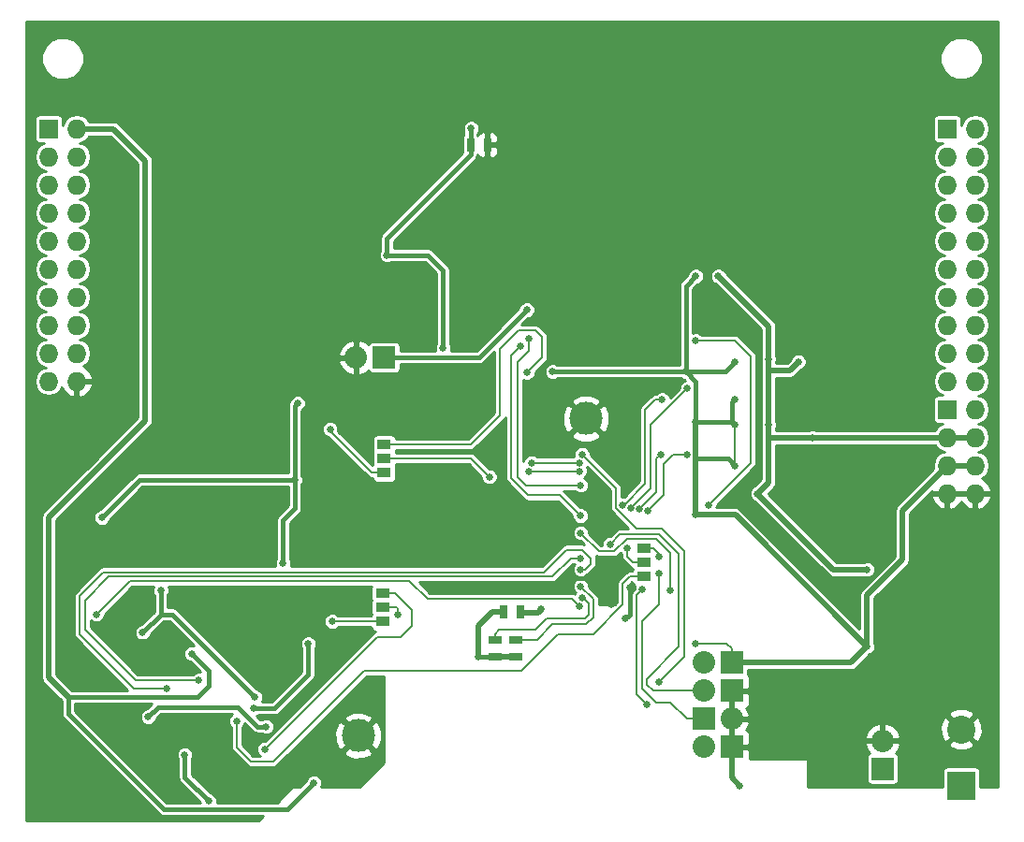
<source format=gbr>
G04 #@! TF.FileFunction,Copper,L2,Bot,Signal*
%FSLAX46Y46*%
G04 Gerber Fmt 4.6, Leading zero omitted, Abs format (unit mm)*
G04 Created by KiCad (PCBNEW (2015-01-17 BZR 5377)-product) date Mon 23 Feb 2015 10:49:44 AM ART*
%MOMM*%
G01*
G04 APERTURE LIST*
%ADD10C,0.100000*%
%ADD11R,2.032000X2.032000*%
%ADD12O,2.032000X2.032000*%
%ADD13R,0.635000X1.143000*%
%ADD14R,1.143000X0.635000*%
%ADD15R,1.270000X0.965200*%
%ADD16R,1.727200X1.727200*%
%ADD17O,1.727200X1.727200*%
%ADD18C,3.000000*%
%ADD19R,2.540000X2.540000*%
%ADD20C,2.540000*%
%ADD21C,0.635000*%
%ADD22C,0.200000*%
%ADD23C,0.400000*%
%ADD24C,0.500000*%
%ADD25C,0.254000*%
G04 APERTURE END LIST*
D10*
D11*
X83375500Y-84391500D03*
D12*
X85915500Y-84391500D03*
D13*
X66802000Y-74676000D03*
X65278000Y-74676000D03*
D14*
X64516000Y-77216000D03*
X64516000Y-78740000D03*
X66421000Y-77216000D03*
X66421000Y-78740000D03*
D13*
X62280800Y-32435800D03*
X63804800Y-32435800D03*
D15*
X54356000Y-75565000D03*
X54356000Y-74295000D03*
X54356000Y-73025000D03*
X77978000Y-68961000D03*
X77978000Y-70231000D03*
X77978000Y-71501000D03*
X54483000Y-62103000D03*
X54483000Y-60833000D03*
X54483000Y-59563000D03*
D11*
X54483000Y-51689000D03*
D12*
X51943000Y-51689000D03*
D16*
X24130000Y-30988000D03*
D17*
X26670000Y-30988000D03*
X24130000Y-33528000D03*
X26670000Y-33528000D03*
X24130000Y-36068000D03*
X26670000Y-36068000D03*
X24130000Y-38608000D03*
X26670000Y-38608000D03*
X24130000Y-41148000D03*
X26670000Y-41148000D03*
X24130000Y-43688000D03*
X26670000Y-43688000D03*
X24130000Y-46228000D03*
X26670000Y-46228000D03*
X24130000Y-48768000D03*
X26670000Y-48768000D03*
X24130000Y-51308000D03*
X26670000Y-51308000D03*
X24130000Y-53848000D03*
X26670000Y-53848000D03*
D16*
X105410000Y-30988000D03*
D17*
X107950000Y-30988000D03*
X105410000Y-33528000D03*
X107950000Y-33528000D03*
X105410000Y-36068000D03*
X107950000Y-36068000D03*
X105410000Y-38608000D03*
X107950000Y-38608000D03*
X105410000Y-41148000D03*
X107950000Y-41148000D03*
X105410000Y-43688000D03*
X107950000Y-43688000D03*
X105410000Y-46228000D03*
X107950000Y-46228000D03*
X105410000Y-48768000D03*
X107950000Y-48768000D03*
X105410000Y-51308000D03*
X107950000Y-51308000D03*
X105410000Y-53848000D03*
X107950000Y-53848000D03*
D11*
X85915500Y-86931500D03*
D12*
X83375500Y-86931500D03*
D11*
X85915500Y-81851500D03*
D12*
X83375500Y-81851500D03*
D11*
X85915500Y-79311500D03*
D12*
X83375500Y-79311500D03*
D18*
X72733500Y-57225500D03*
X52133500Y-85915500D03*
D16*
X105410000Y-56388000D03*
D17*
X107950000Y-56388000D03*
X105410000Y-58928000D03*
X107950000Y-58928000D03*
X105410000Y-61468000D03*
X107950000Y-61468000D03*
X105410000Y-64008000D03*
X107950000Y-64008000D03*
D19*
X106680000Y-90424000D03*
D20*
X106680000Y-85344000D03*
D11*
X99568000Y-88900000D03*
D12*
X99568000Y-86360000D03*
D21*
X79375000Y-71247000D03*
X42418000Y-68961000D03*
X75311000Y-71882000D03*
X67818000Y-72771000D03*
X86614000Y-90424000D03*
X44069000Y-67818000D03*
X29464000Y-80772000D03*
X38862000Y-84201000D03*
X40132000Y-87884000D03*
X87630000Y-62738000D03*
X75057000Y-74041000D03*
X35179000Y-78359000D03*
X30734000Y-77343000D03*
X42291000Y-77597000D03*
X36957000Y-74168000D03*
X62992000Y-78740000D03*
X46355000Y-67945000D03*
X45085000Y-81661000D03*
X43942000Y-89662000D03*
X42545000Y-91440000D03*
X36068000Y-91567000D03*
X76708000Y-72517000D03*
X76327000Y-75311000D03*
X75311000Y-72517000D03*
X36576000Y-85217000D03*
X83947000Y-49149000D03*
X42545000Y-56642000D03*
X84709000Y-44323000D03*
X68707000Y-74422000D03*
X91948000Y-52070000D03*
X89281000Y-51816000D03*
X93218000Y-58928000D03*
X89281000Y-57785000D03*
X98171000Y-70866000D03*
X88265000Y-64008000D03*
X54737000Y-42418000D03*
X59817000Y-50800000D03*
X62357000Y-30937200D03*
X82677000Y-65913000D03*
X82677000Y-44323000D03*
X86233000Y-61468000D03*
X86233000Y-57785000D03*
X82677000Y-77597000D03*
X86233000Y-55499000D03*
X86233000Y-52070000D03*
X81788000Y-52959000D03*
X82677000Y-57531000D03*
X98171000Y-77851000D03*
X42672000Y-83439000D03*
X47625000Y-77597000D03*
X69723000Y-52959000D03*
X46405800Y-62763400D03*
X28956000Y-66167000D03*
X45339000Y-70307200D03*
X46659800Y-55829200D03*
X72390000Y-73406000D03*
X72263000Y-72390000D03*
X42799000Y-82423000D03*
X34290000Y-72771000D03*
X32639000Y-76581000D03*
X36449000Y-87630000D03*
X38608000Y-91821000D03*
X43815000Y-85090000D03*
X33147000Y-84201000D03*
X37084000Y-78486000D03*
X48133000Y-90170000D03*
X49784000Y-75565000D03*
X55753000Y-74930000D03*
X43688000Y-87122000D03*
X79375000Y-69723000D03*
X76454000Y-68961000D03*
X41148000Y-84582000D03*
X49580800Y-58166000D03*
X64008000Y-62484000D03*
X67437000Y-53035200D03*
X72136000Y-74168000D03*
X28448000Y-74930000D03*
X83820000Y-65024000D03*
X80391000Y-72771000D03*
X72263000Y-67564000D03*
X82677000Y-50165000D03*
X81915000Y-60452000D03*
X78359000Y-65532000D03*
X77597000Y-65405000D03*
X79502000Y-60452000D03*
X81915000Y-54483000D03*
X76835000Y-65278000D03*
X76073000Y-65024000D03*
X79629000Y-55499000D03*
X78232000Y-83058000D03*
X77851000Y-72644000D03*
X72390000Y-60452000D03*
X79375000Y-81026000D03*
X34798000Y-81661000D03*
X72263000Y-70866000D03*
X37719000Y-80899000D03*
X72263000Y-69850000D03*
X74930000Y-68580000D03*
X67818000Y-61214000D03*
X72136000Y-61214000D03*
X67564000Y-61976000D03*
X72136000Y-61976000D03*
X72263000Y-63246000D03*
X67564000Y-50012600D03*
X72237600Y-66014600D03*
X66776600Y-50673000D03*
X67386200Y-47371000D03*
D22*
X81851500Y-84391500D02*
X83375500Y-84391500D01*
X80391000Y-82931000D02*
X81851500Y-84391500D01*
X79121000Y-82931000D02*
X80391000Y-82931000D01*
X77851000Y-81661000D02*
X79121000Y-82931000D01*
X77851000Y-75565000D02*
X77851000Y-81661000D01*
X79375000Y-74041000D02*
X77851000Y-75565000D01*
X79375000Y-71247000D02*
X79375000Y-74041000D01*
D23*
X67818000Y-72771000D02*
X69850000Y-72771000D01*
X75311000Y-71882000D02*
X72898000Y-71882000D01*
X72898000Y-71882000D02*
X72644000Y-71628000D01*
X70993000Y-71628000D02*
X72644000Y-71628000D01*
X69850000Y-72771000D02*
X70993000Y-71628000D01*
D24*
X65278000Y-74676000D02*
X64262000Y-74676000D01*
X64262000Y-74676000D02*
X62992000Y-75946000D01*
X62992000Y-75946000D02*
X62992000Y-78740000D01*
X85915500Y-86931500D02*
X85915500Y-89725500D01*
X85915500Y-89725500D02*
X86614000Y-90424000D01*
X85915500Y-84391500D02*
X85915500Y-81851500D01*
X85915500Y-86931500D02*
X85915500Y-84391500D01*
D23*
X35179000Y-78359000D02*
X34163000Y-77343000D01*
X34163000Y-77343000D02*
X30734000Y-77343000D01*
D24*
X40386000Y-77597000D02*
X42291000Y-77597000D01*
X36957000Y-74168000D02*
X40386000Y-77597000D01*
D23*
X62992000Y-78740000D02*
X64516000Y-78740000D01*
X45085000Y-81661000D02*
X42291000Y-78867000D01*
X42291000Y-78867000D02*
X42291000Y-77597000D01*
X76708000Y-72517000D02*
X76708000Y-74422000D01*
X76708000Y-74422000D02*
X76708000Y-74930000D01*
X76708000Y-74930000D02*
X76327000Y-75311000D01*
D24*
X66421000Y-78740000D02*
X64516000Y-78740000D01*
X89281000Y-48895000D02*
X84709000Y-44323000D01*
X68707000Y-74422000D02*
X68707000Y-74549000D01*
X68707000Y-74549000D02*
X68453000Y-74803000D01*
X68453000Y-74803000D02*
X67917760Y-74803000D01*
X67917760Y-74803000D02*
X66802000Y-74803000D01*
X105410000Y-58928000D02*
X107950000Y-58928000D01*
X105410000Y-58928000D02*
X93218000Y-58928000D01*
X89281000Y-51816000D02*
X89281000Y-48895000D01*
X91186000Y-52832000D02*
X89281000Y-52832000D01*
X91948000Y-52070000D02*
X91186000Y-52832000D01*
X89281000Y-57785000D02*
X89281000Y-52832000D01*
X89281000Y-52832000D02*
X89281000Y-51816000D01*
X93218000Y-58928000D02*
X89281000Y-58928000D01*
X89281000Y-58928000D02*
X89408000Y-58928000D01*
X89408000Y-58928000D02*
X89281000Y-58928000D01*
X89281000Y-57785000D02*
X89281000Y-58928000D01*
X89281000Y-58928000D02*
X89281000Y-62992000D01*
X89281000Y-62992000D02*
X88265000Y-64008000D01*
X95123000Y-70866000D02*
X98171000Y-70866000D01*
X88265000Y-64008000D02*
X95123000Y-70866000D01*
D23*
X59817000Y-50800000D02*
X59817000Y-43815000D01*
X58420000Y-42418000D02*
X54737000Y-42418000D01*
X59817000Y-43815000D02*
X58420000Y-42418000D01*
X62280800Y-31013400D02*
X62280800Y-32435800D01*
X62357000Y-30937200D02*
X62280800Y-31013400D01*
X54737000Y-40894000D02*
X62280800Y-33350200D01*
X62280800Y-33350200D02*
X62280800Y-32435800D01*
X54737000Y-42418000D02*
X54737000Y-40894000D01*
D24*
X82677000Y-65938400D02*
X86258400Y-65938400D01*
X86258400Y-65938400D02*
X98171000Y-77851000D01*
X105410000Y-61468000D02*
X107950000Y-61468000D01*
X98171000Y-75946000D02*
X98171000Y-73152000D01*
X98171000Y-77851000D02*
X98171000Y-75946000D01*
X101346000Y-65532000D02*
X105410000Y-61468000D01*
X101346000Y-69977000D02*
X101346000Y-65532000D01*
X98171000Y-73152000D02*
X101346000Y-69977000D01*
D23*
X81788000Y-52959000D02*
X81788000Y-45212000D01*
X81788000Y-45212000D02*
X82677000Y-44323000D01*
X85598000Y-60833000D02*
X82931000Y-60833000D01*
X86233000Y-61468000D02*
X85598000Y-60833000D01*
X86233000Y-57785000D02*
X85979000Y-57531000D01*
D22*
X85915500Y-78041500D02*
X85915500Y-79311500D01*
X85471000Y-77597000D02*
X85915500Y-78041500D01*
X82677000Y-77597000D02*
X85471000Y-77597000D01*
D23*
X85979000Y-55753000D02*
X85979000Y-57531000D01*
X86233000Y-55499000D02*
X85979000Y-55753000D01*
X85344000Y-52959000D02*
X81788000Y-52959000D01*
X86233000Y-52070000D02*
X85344000Y-52959000D01*
X82677000Y-57531000D02*
X82677000Y-53848000D01*
X82677000Y-53848000D02*
X81788000Y-52959000D01*
X85979000Y-57531000D02*
X82677000Y-57531000D01*
D24*
X82677000Y-65913000D02*
X82677000Y-65938400D01*
X82677000Y-65938400D02*
X82677000Y-57531000D01*
X85915500Y-79311500D02*
X96710500Y-79311500D01*
X96710500Y-79311500D02*
X98171000Y-77851000D01*
D23*
X42672000Y-83439000D02*
X44577000Y-83439000D01*
X44577000Y-83439000D02*
X47625000Y-80391000D01*
X47625000Y-80391000D02*
X47625000Y-77597000D01*
D22*
X86233000Y-61468000D02*
X86233000Y-57785000D01*
D23*
X81788000Y-52959000D02*
X69824600Y-52959000D01*
X69824600Y-52959000D02*
X69723000Y-52959000D01*
X32359600Y-62763400D02*
X46405800Y-62763400D01*
X28956000Y-66167000D02*
X32359600Y-62763400D01*
X45339000Y-66421000D02*
X45339000Y-70307200D01*
X46405800Y-65354200D02*
X45339000Y-66421000D01*
X46405800Y-62763400D02*
X46405800Y-65354200D01*
X46659800Y-55829200D02*
X46405800Y-56083200D01*
X46405800Y-56083200D02*
X46405800Y-62763400D01*
D22*
X72390000Y-73406000D02*
X72517000Y-73406000D01*
X73025000Y-74930000D02*
X73025000Y-73914000D01*
X72644000Y-75311000D02*
X73025000Y-74930000D01*
X69215000Y-75311000D02*
X72644000Y-75311000D01*
X68199000Y-76327000D02*
X69215000Y-75311000D01*
X64897000Y-76327000D02*
X68199000Y-76327000D01*
X64516000Y-76708000D02*
X64897000Y-76327000D01*
X64516000Y-76708000D02*
X64516000Y-77216000D01*
X72517000Y-73406000D02*
X73025000Y-73914000D01*
X66421000Y-77216000D02*
X68326000Y-77216000D01*
X72263000Y-72390000D02*
X73406000Y-73533000D01*
X73406000Y-73533000D02*
X73406000Y-75184000D01*
X73406000Y-75184000D02*
X72771000Y-75819000D01*
X72771000Y-75819000D02*
X69723000Y-75819000D01*
X68326000Y-77216000D02*
X69723000Y-75819000D01*
D23*
X35306000Y-74930000D02*
X34290000Y-74930000D01*
X42799000Y-82423000D02*
X35306000Y-74930000D01*
X34290000Y-74930000D02*
X34290000Y-72771000D01*
X32639000Y-76581000D02*
X34290000Y-74930000D01*
X36449000Y-89662000D02*
X36449000Y-87630000D01*
X38608000Y-91821000D02*
X36449000Y-89662000D01*
X43053000Y-85090000D02*
X41275000Y-83312000D01*
X41275000Y-83312000D02*
X34036000Y-83312000D01*
X34036000Y-83312000D02*
X33147000Y-84201000D01*
X43815000Y-85090000D02*
X43053000Y-85090000D01*
X37592000Y-82423000D02*
X25908000Y-82423000D01*
X38608000Y-81407000D02*
X37592000Y-82423000D01*
X38608000Y-80010000D02*
X38608000Y-81407000D01*
X37084000Y-78486000D02*
X38608000Y-80010000D01*
X25908000Y-82423000D02*
X26035000Y-82423000D01*
X26035000Y-82423000D02*
X25908000Y-82423000D01*
X25908000Y-83947000D02*
X25908000Y-82423000D01*
X34544000Y-92583000D02*
X25908000Y-83947000D01*
X45720000Y-92583000D02*
X34544000Y-92583000D01*
X45720000Y-92583000D02*
X48133000Y-90170000D01*
D24*
X29972000Y-30988000D02*
X32893000Y-33909000D01*
X32893000Y-33909000D02*
X32893000Y-57404000D01*
X32893000Y-57404000D02*
X24130000Y-66167000D01*
X24130000Y-66167000D02*
X24130000Y-80645000D01*
X24130000Y-80645000D02*
X25908000Y-82423000D01*
X27940000Y-30988000D02*
X29972000Y-30988000D01*
X26670000Y-30988000D02*
X27940000Y-30988000D01*
D22*
X49784000Y-75565000D02*
X54356000Y-75565000D01*
X49784000Y-75565000D02*
X49784000Y-75565000D01*
X55372000Y-74295000D02*
X55626000Y-74295000D01*
X54356000Y-74295000D02*
X55372000Y-74295000D01*
X55753000Y-74422000D02*
X55753000Y-74930000D01*
X55626000Y-74295000D02*
X55753000Y-74422000D01*
X55499000Y-73025000D02*
X54356000Y-73025000D01*
X57023000Y-74549000D02*
X55499000Y-73025000D01*
X57023000Y-75946000D02*
X57023000Y-74549000D01*
X56007000Y-76962000D02*
X57023000Y-75946000D01*
X53848000Y-76962000D02*
X56007000Y-76962000D01*
X43688000Y-87122000D02*
X53848000Y-76962000D01*
X77978000Y-68961000D02*
X78867000Y-68961000D01*
X79375000Y-69469000D02*
X79375000Y-69723000D01*
X78867000Y-68961000D02*
X79375000Y-69469000D01*
X76454000Y-69723000D02*
X76454000Y-68961000D01*
X76962000Y-70231000D02*
X77978000Y-70231000D01*
X76962000Y-70231000D02*
X76708000Y-69977000D01*
X76708000Y-69977000D02*
X76454000Y-69723000D01*
X66929000Y-80010000D02*
X68326000Y-78613000D01*
X68326000Y-78613000D02*
X68326000Y-78613000D01*
X68326000Y-78613000D02*
X70231000Y-76708000D01*
X70231000Y-76708000D02*
X73406000Y-76708000D01*
X76073000Y-74041000D02*
X73406000Y-76708000D01*
X76073000Y-72136000D02*
X76073000Y-74041000D01*
X77978000Y-71501000D02*
X76708000Y-71501000D01*
X41148000Y-84582000D02*
X41148000Y-86995000D01*
X41148000Y-86995000D02*
X42418000Y-88265000D01*
X42418000Y-88265000D02*
X44450000Y-88265000D01*
X44450000Y-88265000D02*
X52705000Y-80010000D01*
X52705000Y-80010000D02*
X66929000Y-80010000D01*
X76708000Y-71501000D02*
X76073000Y-72136000D01*
X49580800Y-58343800D02*
X53340000Y-62103000D01*
X53340000Y-62103000D02*
X54483000Y-62103000D01*
X49580800Y-58166000D02*
X49580800Y-58343800D01*
X62357000Y-60833000D02*
X54483000Y-60833000D01*
X64008000Y-62484000D02*
X62357000Y-60833000D01*
X67437000Y-53035200D02*
X68757800Y-51714400D01*
X68757800Y-51714400D02*
X68757800Y-49809400D01*
X68757800Y-49809400D02*
X68199000Y-49250600D01*
X68199000Y-49250600D02*
X66649600Y-49250600D01*
X66649600Y-49250600D02*
X64973200Y-50927000D01*
X64973200Y-50927000D02*
X64973200Y-56896000D01*
X64973200Y-56896000D02*
X62306200Y-59563000D01*
X62306200Y-59563000D02*
X54483000Y-59563000D01*
X70866000Y-73533000D02*
X71501000Y-73533000D01*
X70866000Y-73533000D02*
X58420000Y-73533000D01*
X58420000Y-73533000D02*
X56769000Y-71882000D01*
X56769000Y-71882000D02*
X31496000Y-71882000D01*
X31496000Y-71882000D02*
X28448000Y-74930000D01*
X71501000Y-73533000D02*
X72136000Y-74168000D01*
X86233000Y-50165000D02*
X82677000Y-50165000D01*
X87630000Y-51562000D02*
X86233000Y-50165000D01*
X87630000Y-61214000D02*
X87630000Y-51562000D01*
X83820000Y-65024000D02*
X87630000Y-61214000D01*
X80391000Y-69342000D02*
X80391000Y-72771000D01*
X79121000Y-68072000D02*
X80391000Y-69342000D01*
X76454000Y-68072000D02*
X79121000Y-68072000D01*
X75311000Y-69215000D02*
X76454000Y-68072000D01*
X73914000Y-69215000D02*
X75311000Y-69215000D01*
X72263000Y-67564000D02*
X73914000Y-69215000D01*
X80645000Y-60452000D02*
X81915000Y-60452000D01*
X79756000Y-61341000D02*
X80645000Y-60452000D01*
X79756000Y-64135000D02*
X79756000Y-61341000D01*
X78359000Y-65532000D02*
X79756000Y-64135000D01*
X77597000Y-65405000D02*
X79121000Y-63881000D01*
X79121000Y-63881000D02*
X79121000Y-60833000D01*
X79121000Y-60833000D02*
X79502000Y-60452000D01*
X78613000Y-59690000D02*
X78613000Y-57785000D01*
X78613000Y-57785000D02*
X81915000Y-54483000D01*
X81915000Y-54483000D02*
X81915000Y-54483000D01*
X78613000Y-63500000D02*
X78613000Y-59690000D01*
X78613000Y-59690000D02*
X78613000Y-58674000D01*
X76835000Y-65278000D02*
X78613000Y-63500000D01*
X76073000Y-65024000D02*
X76200000Y-65024000D01*
X78105000Y-63119000D02*
X78105000Y-58293000D01*
X78105000Y-56388000D02*
X78105000Y-58293000D01*
X76200000Y-65024000D02*
X78105000Y-63119000D01*
X78105000Y-56388000D02*
X78994000Y-55499000D01*
X78994000Y-55499000D02*
X79629000Y-55499000D01*
X78105000Y-56388000D02*
X78105000Y-56388000D01*
X77343000Y-82169000D02*
X78232000Y-83058000D01*
X77343000Y-73152000D02*
X77343000Y-82169000D01*
X77851000Y-72644000D02*
X77343000Y-73152000D01*
X79375000Y-81026000D02*
X81661000Y-78740000D01*
X72390000Y-60452000D02*
X75438000Y-63500000D01*
X75438000Y-63500000D02*
X75438000Y-65278000D01*
X75438000Y-65278000D02*
X77343000Y-67183000D01*
X77343000Y-67183000D02*
X79629000Y-67183000D01*
X79629000Y-67183000D02*
X81661000Y-69215000D01*
X81661000Y-69215000D02*
X81661000Y-78105000D01*
X81661000Y-78740000D02*
X81661000Y-78105000D01*
X73152000Y-70358000D02*
X72644000Y-70866000D01*
X73152000Y-70358000D02*
X73152000Y-69850000D01*
X73152000Y-69850000D02*
X72390000Y-69088000D01*
X72390000Y-69088000D02*
X70993000Y-69088000D01*
X70993000Y-69088000D02*
X68961000Y-71120000D01*
X68961000Y-71120000D02*
X29083000Y-71120000D01*
X29083000Y-71120000D02*
X26924000Y-73279000D01*
X26924000Y-73279000D02*
X26924000Y-76708000D01*
X26924000Y-76708000D02*
X31877000Y-81661000D01*
X34798000Y-81661000D02*
X31877000Y-81661000D01*
X72644000Y-70866000D02*
X72263000Y-70866000D01*
X71374000Y-69850000D02*
X69723000Y-71501000D01*
X37719000Y-80899000D02*
X32004000Y-80899000D01*
X27432000Y-76327000D02*
X32004000Y-80899000D01*
X27432000Y-73660000D02*
X27432000Y-76327000D01*
X29591000Y-71501000D02*
X27432000Y-73660000D01*
X71374000Y-69850000D02*
X72263000Y-69850000D01*
X69723000Y-71501000D02*
X29591000Y-71501000D01*
X74930000Y-68580000D02*
X74930000Y-68580000D01*
X75819000Y-67691000D02*
X79375000Y-67691000D01*
X79375000Y-67691000D02*
X81153000Y-69469000D01*
X81153000Y-69469000D02*
X81153000Y-77851000D01*
X81153000Y-77851000D02*
X78232000Y-80772000D01*
X78232000Y-80772000D02*
X78232000Y-81280000D01*
X78232000Y-81280000D02*
X78803500Y-81851500D01*
X83375500Y-81851500D02*
X78803500Y-81851500D01*
X74930000Y-68580000D02*
X75819000Y-67691000D01*
X67818000Y-61214000D02*
X72136000Y-61214000D01*
X67564000Y-61976000D02*
X72136000Y-61976000D01*
X72263000Y-63246000D02*
X67310000Y-63246000D01*
X67310000Y-63246000D02*
X66548000Y-62484000D01*
X66548000Y-62484000D02*
X66548000Y-58547000D01*
X66548000Y-58547000D02*
X66548000Y-58547000D01*
X66548000Y-52095400D02*
X67564000Y-51079400D01*
X67564000Y-51079400D02*
X67564000Y-50012600D01*
X66548000Y-58547000D02*
X66548000Y-52095400D01*
X72237600Y-66014600D02*
X70383400Y-64160400D01*
X70383400Y-64160400D02*
X67513200Y-64160400D01*
X67513200Y-64160400D02*
X65963800Y-62611000D01*
X65963800Y-62611000D02*
X65963800Y-51485800D01*
X65963800Y-51485800D02*
X66776600Y-50673000D01*
D23*
X63068200Y-51689000D02*
X67386200Y-47371000D01*
X54483000Y-51689000D02*
X63068200Y-51689000D01*
D25*
G36*
X37865915Y-80154627D02*
X37571559Y-80154371D01*
X37297825Y-80267475D01*
X37193117Y-80372000D01*
X32222290Y-80372000D01*
X27959000Y-76108709D01*
X27959000Y-75493948D01*
X28025724Y-75560789D01*
X28299260Y-75674371D01*
X28595441Y-75674629D01*
X28869175Y-75561525D01*
X29078789Y-75352276D01*
X29192371Y-75078740D01*
X29192499Y-74930790D01*
X31714290Y-72409000D01*
X33634182Y-72409000D01*
X33545629Y-72622260D01*
X33545371Y-72918441D01*
X33658475Y-73192175D01*
X33663000Y-73196707D01*
X33663000Y-74670288D01*
X32496912Y-75836375D01*
X32491559Y-75836371D01*
X32217825Y-75949475D01*
X32008211Y-76158724D01*
X31894629Y-76432260D01*
X31894371Y-76728441D01*
X32007475Y-77002175D01*
X32216724Y-77211789D01*
X32490260Y-77325371D01*
X32786441Y-77325629D01*
X33060175Y-77212525D01*
X33269789Y-77003276D01*
X33383371Y-76729740D01*
X33383376Y-76723335D01*
X34549712Y-75557000D01*
X35046288Y-75557000D01*
X37230915Y-77741627D01*
X36936559Y-77741371D01*
X36662825Y-77854475D01*
X36453211Y-78063724D01*
X36339629Y-78337260D01*
X36339371Y-78633441D01*
X36452475Y-78907175D01*
X36661724Y-79116789D01*
X36935260Y-79230371D01*
X36941664Y-79230376D01*
X37865915Y-80154627D01*
X37865915Y-80154627D01*
G37*
X37865915Y-80154627D02*
X37571559Y-80154371D01*
X37297825Y-80267475D01*
X37193117Y-80372000D01*
X32222290Y-80372000D01*
X27959000Y-76108709D01*
X27959000Y-75493948D01*
X28025724Y-75560789D01*
X28299260Y-75674371D01*
X28595441Y-75674629D01*
X28869175Y-75561525D01*
X29078789Y-75352276D01*
X29192371Y-75078740D01*
X29192499Y-74930790D01*
X31714290Y-72409000D01*
X33634182Y-72409000D01*
X33545629Y-72622260D01*
X33545371Y-72918441D01*
X33658475Y-73192175D01*
X33663000Y-73196707D01*
X33663000Y-74670288D01*
X32496912Y-75836375D01*
X32491559Y-75836371D01*
X32217825Y-75949475D01*
X32008211Y-76158724D01*
X31894629Y-76432260D01*
X31894371Y-76728441D01*
X32007475Y-77002175D01*
X32216724Y-77211789D01*
X32490260Y-77325371D01*
X32786441Y-77325629D01*
X33060175Y-77212525D01*
X33269789Y-77003276D01*
X33383371Y-76729740D01*
X33383376Y-76723335D01*
X34549712Y-75557000D01*
X35046288Y-75557000D01*
X37230915Y-77741627D01*
X36936559Y-77741371D01*
X36662825Y-77854475D01*
X36453211Y-78063724D01*
X36339629Y-78337260D01*
X36339371Y-78633441D01*
X36452475Y-78907175D01*
X36661724Y-79116789D01*
X36935260Y-79230371D01*
X36941664Y-79230376D01*
X37865915Y-80154627D01*
G36*
X53664163Y-76471566D02*
X53646326Y-76475115D01*
X53475355Y-76589355D01*
X43687211Y-86377498D01*
X43540559Y-86377371D01*
X43266825Y-86490475D01*
X43057211Y-86699724D01*
X42943629Y-86973260D01*
X42943371Y-87269441D01*
X43056475Y-87543175D01*
X43250960Y-87738000D01*
X42636290Y-87738000D01*
X41675000Y-86776710D01*
X41675000Y-85107884D01*
X41778789Y-85004276D01*
X41867331Y-84791043D01*
X42609644Y-85533356D01*
X42813057Y-85669272D01*
X42813058Y-85669273D01*
X43053000Y-85717000D01*
X43388941Y-85717000D01*
X43392724Y-85720789D01*
X43666260Y-85834371D01*
X43962441Y-85834629D01*
X44236175Y-85721525D01*
X44445789Y-85512276D01*
X44559371Y-85238740D01*
X44559629Y-84942559D01*
X44446525Y-84668825D01*
X44237276Y-84459211D01*
X43963740Y-84345629D01*
X43667559Y-84345371D01*
X43393825Y-84458475D01*
X43389292Y-84463000D01*
X43312712Y-84463000D01*
X42970800Y-84121088D01*
X43093175Y-84070525D01*
X43097707Y-84066000D01*
X44577000Y-84066000D01*
X44816942Y-84018272D01*
X44816943Y-84018272D01*
X45020356Y-83882356D01*
X48068356Y-80834356D01*
X48204272Y-80630943D01*
X48204273Y-80630942D01*
X48252000Y-80391000D01*
X48252000Y-78023058D01*
X48255789Y-78019276D01*
X48369371Y-77745740D01*
X48369629Y-77449559D01*
X48256525Y-77175825D01*
X48047276Y-76966211D01*
X47773740Y-76852629D01*
X47477559Y-76852371D01*
X47203825Y-76965475D01*
X46994211Y-77174724D01*
X46880629Y-77448260D01*
X46880371Y-77744441D01*
X46993475Y-78018175D01*
X46998000Y-78022707D01*
X46998000Y-80131288D01*
X44317288Y-82812000D01*
X43443606Y-82812000D01*
X43543371Y-82571740D01*
X43543629Y-82275559D01*
X43430525Y-82001825D01*
X43221276Y-81792211D01*
X42947740Y-81678629D01*
X42941335Y-81678623D01*
X35749356Y-74486644D01*
X35545943Y-74350728D01*
X35306000Y-74303000D01*
X34917000Y-74303000D01*
X34917000Y-73197058D01*
X34920789Y-73193276D01*
X35034371Y-72919740D01*
X35034629Y-72623559D01*
X34945975Y-72409000D01*
X53312387Y-72409000D01*
X53285635Y-72542400D01*
X53285635Y-73507600D01*
X53315692Y-73662520D01*
X53285635Y-73812400D01*
X53285635Y-74777600D01*
X53315692Y-74932520D01*
X53294539Y-75038000D01*
X50309884Y-75038000D01*
X50206276Y-74934211D01*
X49932740Y-74820629D01*
X49636559Y-74820371D01*
X49362825Y-74933475D01*
X49153211Y-75142724D01*
X49039629Y-75416260D01*
X49039371Y-75712441D01*
X49152475Y-75986175D01*
X49361724Y-76195789D01*
X49635260Y-76309371D01*
X49931441Y-76309629D01*
X50205175Y-76196525D01*
X50309882Y-76092000D01*
X53294249Y-76092000D01*
X53317224Y-76210414D01*
X53411224Y-76353512D01*
X53553132Y-76449300D01*
X53664163Y-76471566D01*
X53664163Y-76471566D01*
G37*
X53664163Y-76471566D02*
X53646326Y-76475115D01*
X53475355Y-76589355D01*
X43687211Y-86377498D01*
X43540559Y-86377371D01*
X43266825Y-86490475D01*
X43057211Y-86699724D01*
X42943629Y-86973260D01*
X42943371Y-87269441D01*
X43056475Y-87543175D01*
X43250960Y-87738000D01*
X42636290Y-87738000D01*
X41675000Y-86776710D01*
X41675000Y-85107884D01*
X41778789Y-85004276D01*
X41867331Y-84791043D01*
X42609644Y-85533356D01*
X42813057Y-85669272D01*
X42813058Y-85669273D01*
X43053000Y-85717000D01*
X43388941Y-85717000D01*
X43392724Y-85720789D01*
X43666260Y-85834371D01*
X43962441Y-85834629D01*
X44236175Y-85721525D01*
X44445789Y-85512276D01*
X44559371Y-85238740D01*
X44559629Y-84942559D01*
X44446525Y-84668825D01*
X44237276Y-84459211D01*
X43963740Y-84345629D01*
X43667559Y-84345371D01*
X43393825Y-84458475D01*
X43389292Y-84463000D01*
X43312712Y-84463000D01*
X42970800Y-84121088D01*
X43093175Y-84070525D01*
X43097707Y-84066000D01*
X44577000Y-84066000D01*
X44816942Y-84018272D01*
X44816943Y-84018272D01*
X45020356Y-83882356D01*
X48068356Y-80834356D01*
X48204272Y-80630943D01*
X48204273Y-80630942D01*
X48252000Y-80391000D01*
X48252000Y-78023058D01*
X48255789Y-78019276D01*
X48369371Y-77745740D01*
X48369629Y-77449559D01*
X48256525Y-77175825D01*
X48047276Y-76966211D01*
X47773740Y-76852629D01*
X47477559Y-76852371D01*
X47203825Y-76965475D01*
X46994211Y-77174724D01*
X46880629Y-77448260D01*
X46880371Y-77744441D01*
X46993475Y-78018175D01*
X46998000Y-78022707D01*
X46998000Y-80131288D01*
X44317288Y-82812000D01*
X43443606Y-82812000D01*
X43543371Y-82571740D01*
X43543629Y-82275559D01*
X43430525Y-82001825D01*
X43221276Y-81792211D01*
X42947740Y-81678629D01*
X42941335Y-81678623D01*
X35749356Y-74486644D01*
X35545943Y-74350728D01*
X35306000Y-74303000D01*
X34917000Y-74303000D01*
X34917000Y-73197058D01*
X34920789Y-73193276D01*
X35034371Y-72919740D01*
X35034629Y-72623559D01*
X34945975Y-72409000D01*
X53312387Y-72409000D01*
X53285635Y-72542400D01*
X53285635Y-73507600D01*
X53315692Y-73662520D01*
X53285635Y-73812400D01*
X53285635Y-74777600D01*
X53315692Y-74932520D01*
X53294539Y-75038000D01*
X50309884Y-75038000D01*
X50206276Y-74934211D01*
X49932740Y-74820629D01*
X49636559Y-74820371D01*
X49362825Y-74933475D01*
X49153211Y-75142724D01*
X49039629Y-75416260D01*
X49039371Y-75712441D01*
X49152475Y-75986175D01*
X49361724Y-76195789D01*
X49635260Y-76309371D01*
X49931441Y-76309629D01*
X50205175Y-76196525D01*
X50309882Y-76092000D01*
X53294249Y-76092000D01*
X53317224Y-76210414D01*
X53411224Y-76353512D01*
X53553132Y-76449300D01*
X53664163Y-76471566D01*
G36*
X54483000Y-88339395D02*
X54276223Y-88546172D01*
X54276223Y-86299313D01*
X54259997Y-85450113D01*
X53966239Y-84740918D01*
X53647470Y-84581135D01*
X53467865Y-84760740D01*
X53467865Y-84401530D01*
X53308082Y-84082761D01*
X52517313Y-83772777D01*
X51668113Y-83789003D01*
X50958918Y-84082761D01*
X50799135Y-84401530D01*
X52133500Y-85735895D01*
X53467865Y-84401530D01*
X53467865Y-84760740D01*
X52313105Y-85915500D01*
X53647470Y-87249865D01*
X53966239Y-87090082D01*
X54276223Y-86299313D01*
X54276223Y-88546172D01*
X53467865Y-89354530D01*
X53467865Y-87429470D01*
X52133500Y-86095105D01*
X51953895Y-86274710D01*
X51953895Y-85915500D01*
X50619530Y-84581135D01*
X50300761Y-84740918D01*
X49990777Y-85531687D01*
X50007003Y-86380887D01*
X50300761Y-87090082D01*
X50619530Y-87249865D01*
X51953895Y-85915500D01*
X51953895Y-86274710D01*
X50799135Y-87429470D01*
X50958918Y-87748239D01*
X51749687Y-88058223D01*
X52598887Y-88041997D01*
X53308082Y-87748239D01*
X53467865Y-87429470D01*
X53467865Y-89354530D01*
X52271395Y-90551000D01*
X48780928Y-90551000D01*
X48877371Y-90318740D01*
X48877629Y-90022559D01*
X48764525Y-89748825D01*
X48555276Y-89539211D01*
X48281740Y-89425629D01*
X47985559Y-89425371D01*
X47711825Y-89538475D01*
X47502211Y-89747724D01*
X47388629Y-90021260D01*
X47388623Y-90027664D01*
X46865288Y-90551000D01*
X46175395Y-90551000D01*
X44770395Y-91956000D01*
X39352382Y-91956000D01*
X39352629Y-91673559D01*
X39239525Y-91399825D01*
X39030276Y-91190211D01*
X38756740Y-91076629D01*
X38750335Y-91076623D01*
X37076000Y-89402288D01*
X37076000Y-88056058D01*
X37079789Y-88052276D01*
X37193371Y-87778740D01*
X37193629Y-87482559D01*
X37080525Y-87208825D01*
X36871276Y-86999211D01*
X36597740Y-86885629D01*
X36301559Y-86885371D01*
X36027825Y-86998475D01*
X35818211Y-87207724D01*
X35704629Y-87481260D01*
X35704371Y-87777441D01*
X35817475Y-88051175D01*
X35822000Y-88055707D01*
X35822000Y-89662000D01*
X35869728Y-89901943D01*
X36005644Y-90105356D01*
X37856288Y-91956000D01*
X34803712Y-91956000D01*
X26535000Y-83687288D01*
X26535000Y-83050000D01*
X33411288Y-83050000D01*
X33004912Y-83456375D01*
X32999559Y-83456371D01*
X32725825Y-83569475D01*
X32516211Y-83778724D01*
X32402629Y-84052260D01*
X32402371Y-84348441D01*
X32515475Y-84622175D01*
X32724724Y-84831789D01*
X32998260Y-84945371D01*
X33294441Y-84945629D01*
X33568175Y-84832525D01*
X33777789Y-84623276D01*
X33891371Y-84349740D01*
X33891376Y-84343335D01*
X34295712Y-83939000D01*
X40754596Y-83939000D01*
X40726825Y-83950475D01*
X40517211Y-84159724D01*
X40403629Y-84433260D01*
X40403371Y-84729441D01*
X40516475Y-85003175D01*
X40621000Y-85107882D01*
X40621000Y-86995000D01*
X40661115Y-87196675D01*
X40775355Y-87367645D01*
X42045355Y-88637645D01*
X42216325Y-88751885D01*
X42216326Y-88751885D01*
X42249784Y-88758540D01*
X42418000Y-88792000D01*
X44450000Y-88792000D01*
X44651674Y-88751885D01*
X44651675Y-88751885D01*
X44822645Y-88637645D01*
X52923290Y-80537000D01*
X54483000Y-80537000D01*
X54483000Y-88339395D01*
X54483000Y-88339395D01*
G37*
X54483000Y-88339395D02*
X54276223Y-88546172D01*
X54276223Y-86299313D01*
X54259997Y-85450113D01*
X53966239Y-84740918D01*
X53647470Y-84581135D01*
X53467865Y-84760740D01*
X53467865Y-84401530D01*
X53308082Y-84082761D01*
X52517313Y-83772777D01*
X51668113Y-83789003D01*
X50958918Y-84082761D01*
X50799135Y-84401530D01*
X52133500Y-85735895D01*
X53467865Y-84401530D01*
X53467865Y-84760740D01*
X52313105Y-85915500D01*
X53647470Y-87249865D01*
X53966239Y-87090082D01*
X54276223Y-86299313D01*
X54276223Y-88546172D01*
X53467865Y-89354530D01*
X53467865Y-87429470D01*
X52133500Y-86095105D01*
X51953895Y-86274710D01*
X51953895Y-85915500D01*
X50619530Y-84581135D01*
X50300761Y-84740918D01*
X49990777Y-85531687D01*
X50007003Y-86380887D01*
X50300761Y-87090082D01*
X50619530Y-87249865D01*
X51953895Y-85915500D01*
X51953895Y-86274710D01*
X50799135Y-87429470D01*
X50958918Y-87748239D01*
X51749687Y-88058223D01*
X52598887Y-88041997D01*
X53308082Y-87748239D01*
X53467865Y-87429470D01*
X53467865Y-89354530D01*
X52271395Y-90551000D01*
X48780928Y-90551000D01*
X48877371Y-90318740D01*
X48877629Y-90022559D01*
X48764525Y-89748825D01*
X48555276Y-89539211D01*
X48281740Y-89425629D01*
X47985559Y-89425371D01*
X47711825Y-89538475D01*
X47502211Y-89747724D01*
X47388629Y-90021260D01*
X47388623Y-90027664D01*
X46865288Y-90551000D01*
X46175395Y-90551000D01*
X44770395Y-91956000D01*
X39352382Y-91956000D01*
X39352629Y-91673559D01*
X39239525Y-91399825D01*
X39030276Y-91190211D01*
X38756740Y-91076629D01*
X38750335Y-91076623D01*
X37076000Y-89402288D01*
X37076000Y-88056058D01*
X37079789Y-88052276D01*
X37193371Y-87778740D01*
X37193629Y-87482559D01*
X37080525Y-87208825D01*
X36871276Y-86999211D01*
X36597740Y-86885629D01*
X36301559Y-86885371D01*
X36027825Y-86998475D01*
X35818211Y-87207724D01*
X35704629Y-87481260D01*
X35704371Y-87777441D01*
X35817475Y-88051175D01*
X35822000Y-88055707D01*
X35822000Y-89662000D01*
X35869728Y-89901943D01*
X36005644Y-90105356D01*
X37856288Y-91956000D01*
X34803712Y-91956000D01*
X26535000Y-83687288D01*
X26535000Y-83050000D01*
X33411288Y-83050000D01*
X33004912Y-83456375D01*
X32999559Y-83456371D01*
X32725825Y-83569475D01*
X32516211Y-83778724D01*
X32402629Y-84052260D01*
X32402371Y-84348441D01*
X32515475Y-84622175D01*
X32724724Y-84831789D01*
X32998260Y-84945371D01*
X33294441Y-84945629D01*
X33568175Y-84832525D01*
X33777789Y-84623276D01*
X33891371Y-84349740D01*
X33891376Y-84343335D01*
X34295712Y-83939000D01*
X40754596Y-83939000D01*
X40726825Y-83950475D01*
X40517211Y-84159724D01*
X40403629Y-84433260D01*
X40403371Y-84729441D01*
X40516475Y-85003175D01*
X40621000Y-85107882D01*
X40621000Y-86995000D01*
X40661115Y-87196675D01*
X40775355Y-87367645D01*
X42045355Y-88637645D01*
X42216325Y-88751885D01*
X42216326Y-88751885D01*
X42249784Y-88758540D01*
X42418000Y-88792000D01*
X44450000Y-88792000D01*
X44651674Y-88751885D01*
X44651675Y-88751885D01*
X44822645Y-88637645D01*
X52923290Y-80537000D01*
X54483000Y-80537000D01*
X54483000Y-88339395D01*
G36*
X76937692Y-70868520D02*
X76916539Y-70974000D01*
X76708000Y-70974000D01*
X76506326Y-71014115D01*
X76335355Y-71128354D01*
X75700355Y-71763355D01*
X75586115Y-71934325D01*
X75546000Y-72136000D01*
X75546000Y-73822709D01*
X75327709Y-74041000D01*
X73933000Y-74041000D01*
X73933000Y-73533000D01*
X73892885Y-73331326D01*
X73892885Y-73331325D01*
X73778645Y-73160355D01*
X73007501Y-72389211D01*
X73007629Y-72242559D01*
X72894525Y-71968825D01*
X72685276Y-71759211D01*
X72411740Y-71645629D01*
X72115559Y-71645371D01*
X71841825Y-71758475D01*
X71632211Y-71967724D01*
X71518629Y-72241260D01*
X71518371Y-72537441D01*
X71631475Y-72811175D01*
X71781506Y-72961467D01*
X71759211Y-72983724D01*
X71726651Y-73062135D01*
X71702675Y-73046115D01*
X71501000Y-73006000D01*
X70866000Y-73006000D01*
X58638290Y-73006000D01*
X57660290Y-72028000D01*
X69723000Y-72028000D01*
X69924674Y-71987885D01*
X69924675Y-71987885D01*
X70095645Y-71873645D01*
X71592290Y-70377000D01*
X71699051Y-70377000D01*
X71632211Y-70443724D01*
X71518629Y-70717260D01*
X71518371Y-71013441D01*
X71631475Y-71287175D01*
X71840724Y-71496789D01*
X72114260Y-71610371D01*
X72410441Y-71610629D01*
X72684175Y-71497525D01*
X72824934Y-71357010D01*
X72845674Y-71352885D01*
X72845675Y-71352885D01*
X73016645Y-71238645D01*
X73524645Y-70730646D01*
X73524645Y-70730645D01*
X73600977Y-70616406D01*
X73638884Y-70559675D01*
X73638885Y-70559674D01*
X73678999Y-70358000D01*
X73679000Y-70358000D01*
X73679000Y-69850000D01*
X73639914Y-69653501D01*
X73712326Y-69701885D01*
X73914000Y-69742000D01*
X75311000Y-69742000D01*
X75512674Y-69701885D01*
X75512675Y-69701885D01*
X75683645Y-69587645D01*
X75855765Y-69415524D01*
X75927000Y-69486882D01*
X75927000Y-69723000D01*
X75967115Y-69924675D01*
X76081355Y-70095645D01*
X76335355Y-70349645D01*
X76589355Y-70603645D01*
X76760325Y-70717885D01*
X76760326Y-70717885D01*
X76793784Y-70724540D01*
X76914412Y-70748534D01*
X76937692Y-70868520D01*
X76937692Y-70868520D01*
G37*
X76937692Y-70868520D02*
X76916539Y-70974000D01*
X76708000Y-70974000D01*
X76506326Y-71014115D01*
X76335355Y-71128354D01*
X75700355Y-71763355D01*
X75586115Y-71934325D01*
X75546000Y-72136000D01*
X75546000Y-73822709D01*
X75327709Y-74041000D01*
X73933000Y-74041000D01*
X73933000Y-73533000D01*
X73892885Y-73331326D01*
X73892885Y-73331325D01*
X73778645Y-73160355D01*
X73007501Y-72389211D01*
X73007629Y-72242559D01*
X72894525Y-71968825D01*
X72685276Y-71759211D01*
X72411740Y-71645629D01*
X72115559Y-71645371D01*
X71841825Y-71758475D01*
X71632211Y-71967724D01*
X71518629Y-72241260D01*
X71518371Y-72537441D01*
X71631475Y-72811175D01*
X71781506Y-72961467D01*
X71759211Y-72983724D01*
X71726651Y-73062135D01*
X71702675Y-73046115D01*
X71501000Y-73006000D01*
X70866000Y-73006000D01*
X58638290Y-73006000D01*
X57660290Y-72028000D01*
X69723000Y-72028000D01*
X69924674Y-71987885D01*
X69924675Y-71987885D01*
X70095645Y-71873645D01*
X71592290Y-70377000D01*
X71699051Y-70377000D01*
X71632211Y-70443724D01*
X71518629Y-70717260D01*
X71518371Y-71013441D01*
X71631475Y-71287175D01*
X71840724Y-71496789D01*
X72114260Y-71610371D01*
X72410441Y-71610629D01*
X72684175Y-71497525D01*
X72824934Y-71357010D01*
X72845674Y-71352885D01*
X72845675Y-71352885D01*
X73016645Y-71238645D01*
X73524645Y-70730646D01*
X73524645Y-70730645D01*
X73600977Y-70616406D01*
X73638884Y-70559675D01*
X73638885Y-70559674D01*
X73678999Y-70358000D01*
X73679000Y-70358000D01*
X73679000Y-69850000D01*
X73639914Y-69653501D01*
X73712326Y-69701885D01*
X73914000Y-69742000D01*
X75311000Y-69742000D01*
X75512674Y-69701885D01*
X75512675Y-69701885D01*
X75683645Y-69587645D01*
X75855765Y-69415524D01*
X75927000Y-69486882D01*
X75927000Y-69723000D01*
X75967115Y-69924675D01*
X76081355Y-70095645D01*
X76335355Y-70349645D01*
X76589355Y-70603645D01*
X76760325Y-70717885D01*
X76760326Y-70717885D01*
X76793784Y-70724540D01*
X76914412Y-70748534D01*
X76937692Y-70868520D01*
G36*
X77157289Y-72373256D02*
X77106629Y-72495260D01*
X77106500Y-72643209D01*
X76970355Y-72779355D01*
X76856115Y-72950325D01*
X76816000Y-73152000D01*
X76816000Y-74041000D01*
X76600000Y-74041000D01*
X76600000Y-72354290D01*
X76917881Y-72036409D01*
X76939224Y-72146414D01*
X77033224Y-72289512D01*
X77157289Y-72373256D01*
X77157289Y-72373256D01*
G37*
X77157289Y-72373256D02*
X77106629Y-72495260D01*
X77106500Y-72643209D01*
X76970355Y-72779355D01*
X76856115Y-72950325D01*
X76816000Y-73152000D01*
X76816000Y-74041000D01*
X76600000Y-74041000D01*
X76600000Y-72354290D01*
X76917881Y-72036409D01*
X76939224Y-72146414D01*
X77033224Y-72289512D01*
X77157289Y-72373256D01*
G36*
X110013000Y-90551000D02*
X109404968Y-90551000D01*
X109404968Y-64367027D01*
X109284469Y-64135000D01*
X108077000Y-64135000D01*
X108077000Y-65341817D01*
X108309026Y-65462958D01*
X108724947Y-65290688D01*
X109156821Y-64896490D01*
X109404968Y-64367027D01*
X109404968Y-90551000D01*
X108594261Y-90551000D01*
X108594261Y-85672964D01*
X108574436Y-84915368D01*
X108322657Y-84307520D01*
X108027777Y-84175828D01*
X107848172Y-84355433D01*
X107848172Y-83996223D01*
X107823000Y-83939858D01*
X107823000Y-65341817D01*
X107823000Y-64135000D01*
X106744469Y-64135000D01*
X106615531Y-64135000D01*
X105537000Y-64135000D01*
X105537000Y-65341817D01*
X105769026Y-65462958D01*
X106184947Y-65290688D01*
X106616821Y-64896490D01*
X106680000Y-64761687D01*
X106743179Y-64896490D01*
X107175053Y-65290688D01*
X107590974Y-65462958D01*
X107823000Y-65341817D01*
X107823000Y-83939858D01*
X107716480Y-83701343D01*
X107008964Y-83429739D01*
X106251368Y-83449564D01*
X105643520Y-83701343D01*
X105511828Y-83996223D01*
X106680000Y-85164395D01*
X107848172Y-83996223D01*
X107848172Y-84355433D01*
X106859605Y-85344000D01*
X108027777Y-86512172D01*
X108322657Y-86380480D01*
X108594261Y-85672964D01*
X108594261Y-90551000D01*
X108385365Y-90551000D01*
X108385365Y-89154000D01*
X108353776Y-88991186D01*
X108259776Y-88848088D01*
X108117868Y-88752300D01*
X107950000Y-88718635D01*
X107848172Y-88718635D01*
X107848172Y-86691777D01*
X106680000Y-85523605D01*
X106500395Y-85703210D01*
X106500395Y-85344000D01*
X105332223Y-84175828D01*
X105283000Y-84197810D01*
X105283000Y-65341817D01*
X105283000Y-64135000D01*
X104075531Y-64135000D01*
X103955032Y-64367027D01*
X104203179Y-64896490D01*
X104635053Y-65290688D01*
X105050974Y-65462958D01*
X105283000Y-65341817D01*
X105283000Y-84197810D01*
X105037343Y-84307520D01*
X104765739Y-85015036D01*
X104785564Y-85772632D01*
X105037343Y-86380480D01*
X105332223Y-86512172D01*
X106500395Y-85344000D01*
X106500395Y-85703210D01*
X105511828Y-86691777D01*
X105643520Y-86986657D01*
X106351036Y-87258261D01*
X107108632Y-87238436D01*
X107716480Y-86986657D01*
X107848172Y-86691777D01*
X107848172Y-88718635D01*
X105410000Y-88718635D01*
X105247186Y-88750224D01*
X105104088Y-88844224D01*
X105008300Y-88986132D01*
X104974635Y-89154000D01*
X104974635Y-90551000D01*
X101173983Y-90551000D01*
X101173983Y-86742946D01*
X101173983Y-85977054D01*
X100905188Y-85391621D01*
X100432818Y-84953615D01*
X99950944Y-84754025D01*
X99695000Y-84873164D01*
X99695000Y-86233000D01*
X101055367Y-86233000D01*
X101173983Y-85977054D01*
X101173983Y-86742946D01*
X101055367Y-86487000D01*
X99695000Y-86487000D01*
X99695000Y-86507000D01*
X99441000Y-86507000D01*
X99441000Y-86487000D01*
X99441000Y-86233000D01*
X99441000Y-84873164D01*
X99185056Y-84754025D01*
X98703182Y-84953615D01*
X98230812Y-85391621D01*
X97962017Y-85977054D01*
X98080633Y-86233000D01*
X99441000Y-86233000D01*
X99441000Y-86487000D01*
X98080633Y-86487000D01*
X97962017Y-86742946D01*
X98230812Y-87328379D01*
X98393638Y-87479360D01*
X98389186Y-87480224D01*
X98246088Y-87574224D01*
X98150300Y-87716132D01*
X98116635Y-87884000D01*
X98116635Y-89916000D01*
X98148224Y-90078814D01*
X98242224Y-90221912D01*
X98384132Y-90317700D01*
X98552000Y-90351365D01*
X100584000Y-90351365D01*
X100746814Y-90319776D01*
X100889912Y-90225776D01*
X100985700Y-90083868D01*
X101019365Y-89916000D01*
X101019365Y-87884000D01*
X100987776Y-87721186D01*
X100893776Y-87578088D01*
X100751868Y-87482300D01*
X100741445Y-87480209D01*
X100905188Y-87328379D01*
X101173983Y-86742946D01*
X101173983Y-90551000D01*
X92837000Y-90551000D01*
X92837000Y-88011000D01*
X87566500Y-88011000D01*
X87566500Y-87821191D01*
X87566500Y-87217250D01*
X87566500Y-86645750D01*
X87566500Y-86041809D01*
X87566500Y-85789190D01*
X87566500Y-82993810D01*
X87566500Y-82741191D01*
X87566500Y-82137250D01*
X87407750Y-81978500D01*
X86042500Y-81978500D01*
X86042500Y-82904133D01*
X86042500Y-83343750D01*
X86042500Y-84264500D01*
X87402336Y-84264500D01*
X87521475Y-84008556D01*
X87321885Y-83526682D01*
X87232403Y-83430180D01*
X87291198Y-83405827D01*
X87469827Y-83227199D01*
X87566500Y-82993810D01*
X87566500Y-85789190D01*
X87469827Y-85555801D01*
X87291198Y-85377173D01*
X87232403Y-85352819D01*
X87321885Y-85256318D01*
X87521475Y-84774444D01*
X87402336Y-84518500D01*
X86042500Y-84518500D01*
X86042500Y-85439250D01*
X86042500Y-85878867D01*
X86042500Y-86804500D01*
X87407750Y-86804500D01*
X87566500Y-86645750D01*
X87566500Y-87217250D01*
X87407750Y-87058500D01*
X86042500Y-87058500D01*
X86042500Y-87078500D01*
X85788500Y-87078500D01*
X85788500Y-87058500D01*
X85768500Y-87058500D01*
X85768500Y-86804500D01*
X85788500Y-86804500D01*
X85788500Y-85878867D01*
X85788500Y-85439250D01*
X85788500Y-84518500D01*
X85768500Y-84518500D01*
X85768500Y-84264500D01*
X85788500Y-84264500D01*
X85788500Y-83343750D01*
X85788500Y-82904133D01*
X85788500Y-81978500D01*
X85768500Y-81978500D01*
X85768500Y-81724500D01*
X85788500Y-81724500D01*
X85788500Y-81704500D01*
X86042500Y-81704500D01*
X86042500Y-81724500D01*
X87407750Y-81724500D01*
X87566500Y-81565750D01*
X87566500Y-80961809D01*
X87566500Y-80709190D01*
X87469827Y-80475801D01*
X87359291Y-80365265D01*
X87366865Y-80327500D01*
X87366865Y-79988500D01*
X96710500Y-79988500D01*
X96969576Y-79936966D01*
X96969577Y-79936966D01*
X97189211Y-79790211D01*
X98429809Y-78549612D01*
X98592175Y-78482525D01*
X98801789Y-78273276D01*
X98915371Y-77999740D01*
X98915629Y-77703559D01*
X98848000Y-77539883D01*
X98848000Y-75946000D01*
X98848000Y-73432422D01*
X101824711Y-70455711D01*
X101971466Y-70236077D01*
X101971466Y-70236076D01*
X102023000Y-69977000D01*
X102023000Y-65812422D01*
X104034134Y-63801287D01*
X104075531Y-63881000D01*
X105283000Y-63881000D01*
X105283000Y-63861000D01*
X105537000Y-63861000D01*
X105537000Y-63881000D01*
X106615531Y-63881000D01*
X106744469Y-63881000D01*
X107823000Y-63881000D01*
X107823000Y-63861000D01*
X108077000Y-63861000D01*
X108077000Y-63881000D01*
X109284469Y-63881000D01*
X109404968Y-63648973D01*
X109156821Y-63119510D01*
X108724947Y-62725312D01*
X108514792Y-62638268D01*
X108862592Y-62405876D01*
X109142359Y-61987175D01*
X109240600Y-61493284D01*
X109240600Y-61442716D01*
X109142359Y-60948825D01*
X108862592Y-60530124D01*
X108443891Y-60250357D01*
X108180674Y-60198000D01*
X108443891Y-60145643D01*
X108862592Y-59865876D01*
X109142359Y-59447175D01*
X109240600Y-58953284D01*
X109240600Y-58902716D01*
X109142359Y-58408825D01*
X108862592Y-57990124D01*
X108443891Y-57710357D01*
X108180674Y-57658000D01*
X108443891Y-57605643D01*
X108862592Y-57325876D01*
X109142359Y-56907175D01*
X109240600Y-56413284D01*
X109240600Y-56362716D01*
X109142359Y-55868825D01*
X108862592Y-55450124D01*
X108443891Y-55170357D01*
X108180674Y-55118000D01*
X108443891Y-55065643D01*
X108862592Y-54785876D01*
X109142359Y-54367175D01*
X109240600Y-53873284D01*
X109240600Y-53822716D01*
X109142359Y-53328825D01*
X108862592Y-52910124D01*
X108443891Y-52630357D01*
X108180674Y-52578000D01*
X108443891Y-52525643D01*
X108862592Y-52245876D01*
X109142359Y-51827175D01*
X109240600Y-51333284D01*
X109240600Y-51282716D01*
X109142359Y-50788825D01*
X108862592Y-50370124D01*
X108443891Y-50090357D01*
X108180674Y-50038000D01*
X108443891Y-49985643D01*
X108862592Y-49705876D01*
X109142359Y-49287175D01*
X109240600Y-48793284D01*
X109240600Y-48742716D01*
X109142359Y-48248825D01*
X108862592Y-47830124D01*
X108443891Y-47550357D01*
X108180674Y-47498000D01*
X108443891Y-47445643D01*
X108862592Y-47165876D01*
X109142359Y-46747175D01*
X109240600Y-46253284D01*
X109240600Y-46202716D01*
X109142359Y-45708825D01*
X108862592Y-45290124D01*
X108443891Y-45010357D01*
X108180674Y-44958000D01*
X108443891Y-44905643D01*
X108862592Y-44625876D01*
X109142359Y-44207175D01*
X109240600Y-43713284D01*
X109240600Y-43662716D01*
X109142359Y-43168825D01*
X108862592Y-42750124D01*
X108443891Y-42470357D01*
X108180674Y-42418000D01*
X108443891Y-42365643D01*
X108862592Y-42085876D01*
X109142359Y-41667175D01*
X109240600Y-41173284D01*
X109240600Y-41122716D01*
X109142359Y-40628825D01*
X108862592Y-40210124D01*
X108443891Y-39930357D01*
X108180674Y-39878000D01*
X108443891Y-39825643D01*
X108862592Y-39545876D01*
X109142359Y-39127175D01*
X109240600Y-38633284D01*
X109240600Y-38582716D01*
X109142359Y-38088825D01*
X108862592Y-37670124D01*
X108443891Y-37390357D01*
X108180674Y-37338000D01*
X108443891Y-37285643D01*
X108862592Y-37005876D01*
X109142359Y-36587175D01*
X109240600Y-36093284D01*
X109240600Y-36042716D01*
X109142359Y-35548825D01*
X108862592Y-35130124D01*
X108443891Y-34850357D01*
X108180674Y-34798000D01*
X108443891Y-34745643D01*
X108862592Y-34465876D01*
X109142359Y-34047175D01*
X109240600Y-33553284D01*
X109240600Y-33502716D01*
X109142359Y-33008825D01*
X108862592Y-32590124D01*
X108443891Y-32310357D01*
X108180674Y-32258000D01*
X108443891Y-32205643D01*
X108862592Y-31925876D01*
X109142359Y-31507175D01*
X109240600Y-31013284D01*
X109240600Y-30962716D01*
X109142359Y-30468825D01*
X108862592Y-30050124D01*
X108607204Y-29879479D01*
X108607204Y-24256403D01*
X108314474Y-23547942D01*
X107772909Y-23005431D01*
X107064960Y-22711465D01*
X106298403Y-22710796D01*
X105589942Y-23003526D01*
X105047431Y-23545091D01*
X104753465Y-24253040D01*
X104752796Y-25019597D01*
X105045526Y-25728058D01*
X105587091Y-26270569D01*
X106295040Y-26564535D01*
X107061597Y-26565204D01*
X107770058Y-26272474D01*
X108312569Y-25730909D01*
X108606535Y-25022960D01*
X108607204Y-24256403D01*
X108607204Y-29879479D01*
X108443891Y-29770357D01*
X107950000Y-29672116D01*
X107456109Y-29770357D01*
X107037408Y-30050124D01*
X106757641Y-30468825D01*
X106708965Y-30713535D01*
X106708965Y-30124400D01*
X106677376Y-29961586D01*
X106583376Y-29818488D01*
X106441468Y-29722700D01*
X106273600Y-29689035D01*
X104546400Y-29689035D01*
X104383586Y-29720624D01*
X104240488Y-29814624D01*
X104144700Y-29956532D01*
X104111035Y-30124400D01*
X104111035Y-31851600D01*
X104142624Y-32014414D01*
X104236624Y-32157512D01*
X104378532Y-32253300D01*
X104546400Y-32286965D01*
X105033708Y-32286965D01*
X104916109Y-32310357D01*
X104497408Y-32590124D01*
X104217641Y-33008825D01*
X104119400Y-33502716D01*
X104119400Y-33553284D01*
X104217641Y-34047175D01*
X104497408Y-34465876D01*
X104916109Y-34745643D01*
X105179325Y-34798000D01*
X104916109Y-34850357D01*
X104497408Y-35130124D01*
X104217641Y-35548825D01*
X104119400Y-36042716D01*
X104119400Y-36093284D01*
X104217641Y-36587175D01*
X104497408Y-37005876D01*
X104916109Y-37285643D01*
X105179325Y-37338000D01*
X104916109Y-37390357D01*
X104497408Y-37670124D01*
X104217641Y-38088825D01*
X104119400Y-38582716D01*
X104119400Y-38633284D01*
X104217641Y-39127175D01*
X104497408Y-39545876D01*
X104916109Y-39825643D01*
X105179325Y-39878000D01*
X104916109Y-39930357D01*
X104497408Y-40210124D01*
X104217641Y-40628825D01*
X104119400Y-41122716D01*
X104119400Y-41173284D01*
X104217641Y-41667175D01*
X104497408Y-42085876D01*
X104916109Y-42365643D01*
X105179325Y-42418000D01*
X104916109Y-42470357D01*
X104497408Y-42750124D01*
X104217641Y-43168825D01*
X104119400Y-43662716D01*
X104119400Y-43713284D01*
X104217641Y-44207175D01*
X104497408Y-44625876D01*
X104916109Y-44905643D01*
X105179325Y-44958000D01*
X104916109Y-45010357D01*
X104497408Y-45290124D01*
X104217641Y-45708825D01*
X104119400Y-46202716D01*
X104119400Y-46253284D01*
X104217641Y-46747175D01*
X104497408Y-47165876D01*
X104916109Y-47445643D01*
X105179325Y-47498000D01*
X104916109Y-47550357D01*
X104497408Y-47830124D01*
X104217641Y-48248825D01*
X104119400Y-48742716D01*
X104119400Y-48793284D01*
X104217641Y-49287175D01*
X104497408Y-49705876D01*
X104916109Y-49985643D01*
X105179325Y-50038000D01*
X104916109Y-50090357D01*
X104497408Y-50370124D01*
X104217641Y-50788825D01*
X104119400Y-51282716D01*
X104119400Y-51333284D01*
X104217641Y-51827175D01*
X104497408Y-52245876D01*
X104916109Y-52525643D01*
X105179325Y-52578000D01*
X104916109Y-52630357D01*
X104497408Y-52910124D01*
X104217641Y-53328825D01*
X104119400Y-53822716D01*
X104119400Y-53873284D01*
X104217641Y-54367175D01*
X104497408Y-54785876D01*
X104916109Y-55065643D01*
X105033708Y-55089035D01*
X104546400Y-55089035D01*
X104383586Y-55120624D01*
X104240488Y-55214624D01*
X104144700Y-55356532D01*
X104111035Y-55524400D01*
X104111035Y-57251600D01*
X104142624Y-57414414D01*
X104236624Y-57557512D01*
X104378532Y-57653300D01*
X104546400Y-57686965D01*
X105033708Y-57686965D01*
X104916109Y-57710357D01*
X104497408Y-57990124D01*
X104323096Y-58251000D01*
X93528987Y-58251000D01*
X93366740Y-58183629D01*
X93070559Y-58183371D01*
X92906883Y-58251000D01*
X89958000Y-58251000D01*
X89958000Y-58095987D01*
X90025371Y-57933740D01*
X90025629Y-57637559D01*
X89958000Y-57473883D01*
X89958000Y-53509000D01*
X91186000Y-53509000D01*
X91445076Y-53457466D01*
X91445077Y-53457466D01*
X91664711Y-53310711D01*
X92206809Y-52768612D01*
X92369175Y-52701525D01*
X92578789Y-52492276D01*
X92692371Y-52218740D01*
X92692629Y-51922559D01*
X92579525Y-51648825D01*
X92370276Y-51439211D01*
X92096740Y-51325629D01*
X91800559Y-51325371D01*
X91526825Y-51438475D01*
X91317211Y-51647724D01*
X91249295Y-51811282D01*
X90905578Y-52155000D01*
X89958000Y-52155000D01*
X89958000Y-52126987D01*
X90025371Y-51964740D01*
X90025629Y-51668559D01*
X89958000Y-51504883D01*
X89958000Y-48895000D01*
X89906466Y-48635924D01*
X89906466Y-48635923D01*
X89833088Y-48526106D01*
X89759711Y-48416289D01*
X89759711Y-48416288D01*
X85407612Y-44064190D01*
X85340525Y-43901825D01*
X85131276Y-43692211D01*
X84857740Y-43578629D01*
X84561559Y-43578371D01*
X84287825Y-43691475D01*
X84078211Y-43900724D01*
X83964629Y-44174260D01*
X83964371Y-44470441D01*
X84077475Y-44744175D01*
X84286724Y-44953789D01*
X84450282Y-45021704D01*
X88604000Y-49175422D01*
X88604000Y-51505012D01*
X88536629Y-51667260D01*
X88536371Y-51963441D01*
X88604000Y-52127116D01*
X88604000Y-52832000D01*
X88604000Y-57474012D01*
X88536629Y-57636260D01*
X88536371Y-57932441D01*
X88604000Y-58096116D01*
X88604000Y-58928000D01*
X88604000Y-62711578D01*
X88006190Y-63309387D01*
X87843825Y-63376475D01*
X87634211Y-63585724D01*
X87520629Y-63859260D01*
X87520371Y-64155441D01*
X87633475Y-64429175D01*
X87842724Y-64638789D01*
X88006282Y-64706704D01*
X94644289Y-71344712D01*
X94863923Y-71491466D01*
X94863924Y-71491467D01*
X95123000Y-71543000D01*
X97860012Y-71543000D01*
X98022260Y-71610371D01*
X98318441Y-71610629D01*
X98592175Y-71497525D01*
X98801789Y-71288276D01*
X98915371Y-71014740D01*
X98915629Y-70718559D01*
X98802525Y-70444825D01*
X98593276Y-70235211D01*
X98319740Y-70121629D01*
X98023559Y-70121371D01*
X97859883Y-70189000D01*
X95403422Y-70189000D01*
X89222422Y-64007999D01*
X89759711Y-63470711D01*
X89906466Y-63251077D01*
X89906466Y-63251076D01*
X89958000Y-62992000D01*
X89958000Y-59605000D01*
X92907012Y-59605000D01*
X93069260Y-59672371D01*
X93365441Y-59672629D01*
X93529116Y-59605000D01*
X104323096Y-59605000D01*
X104497408Y-59865876D01*
X104916109Y-60145643D01*
X105179325Y-60198000D01*
X104916109Y-60250357D01*
X104497408Y-60530124D01*
X104217641Y-60948825D01*
X104119400Y-61442716D01*
X104119400Y-61493284D01*
X104170482Y-61750095D01*
X100867289Y-65053289D01*
X100720534Y-65272923D01*
X100669000Y-65532000D01*
X100669000Y-69696578D01*
X97692289Y-72673289D01*
X97545534Y-72892923D01*
X97494000Y-73152000D01*
X97494000Y-75946000D01*
X97494000Y-76216577D01*
X86737111Y-65459689D01*
X86517477Y-65312934D01*
X86258400Y-65261400D01*
X84527556Y-65261400D01*
X84564371Y-65172740D01*
X84564499Y-65024790D01*
X88002645Y-61586645D01*
X88002646Y-61586645D01*
X88116885Y-61415674D01*
X88157000Y-61214000D01*
X88157000Y-51562000D01*
X88116885Y-51360326D01*
X88116884Y-51360325D01*
X88078977Y-51303594D01*
X88002645Y-51189355D01*
X88002645Y-51189354D01*
X86605645Y-49792355D01*
X86434675Y-49678115D01*
X86233000Y-49638000D01*
X83202884Y-49638000D01*
X83099276Y-49534211D01*
X82825740Y-49420629D01*
X82529559Y-49420371D01*
X82415000Y-49467705D01*
X82415000Y-45471712D01*
X82819087Y-45067624D01*
X82824441Y-45067629D01*
X83098175Y-44954525D01*
X83307789Y-44745276D01*
X83421371Y-44471740D01*
X83421629Y-44175559D01*
X83308525Y-43901825D01*
X83099276Y-43692211D01*
X82825740Y-43578629D01*
X82529559Y-43578371D01*
X82255825Y-43691475D01*
X82046211Y-43900724D01*
X81932629Y-44174260D01*
X81932623Y-44180664D01*
X81344644Y-44768644D01*
X81208728Y-44972057D01*
X81161000Y-45212000D01*
X81161000Y-52332000D01*
X70149058Y-52332000D01*
X70145276Y-52328211D01*
X69871740Y-52214629D01*
X69575559Y-52214371D01*
X69301825Y-52327475D01*
X69092211Y-52536724D01*
X68978629Y-52810260D01*
X68978371Y-53106441D01*
X69091475Y-53380175D01*
X69300724Y-53589789D01*
X69574260Y-53703371D01*
X69870441Y-53703629D01*
X70144175Y-53590525D01*
X70148707Y-53586000D01*
X81361941Y-53586000D01*
X81365724Y-53589789D01*
X81639260Y-53703371D01*
X81645664Y-53703376D01*
X81706066Y-53763778D01*
X81493825Y-53851475D01*
X81284211Y-54060724D01*
X81170629Y-54334260D01*
X81170500Y-54482209D01*
X80352437Y-55300272D01*
X80260525Y-55077825D01*
X80051276Y-54868211D01*
X79777740Y-54754629D01*
X79481559Y-54754371D01*
X79207825Y-54867475D01*
X79103117Y-54972000D01*
X78994000Y-54972000D01*
X78792325Y-55012115D01*
X78621355Y-55126355D01*
X77732355Y-56015355D01*
X77618115Y-56186325D01*
X77578000Y-56388000D01*
X77578000Y-58293000D01*
X77578000Y-62900710D01*
X76199100Y-64279609D01*
X75965000Y-64279405D01*
X75965000Y-63500000D01*
X75924885Y-63298326D01*
X75924885Y-63298325D01*
X75810645Y-63127355D01*
X74876223Y-62192933D01*
X74876223Y-57609313D01*
X74859997Y-56760113D01*
X74566239Y-56050918D01*
X74247470Y-55891135D01*
X74067865Y-56070740D01*
X74067865Y-55711530D01*
X73908082Y-55392761D01*
X73117313Y-55082777D01*
X72268113Y-55099003D01*
X71558918Y-55392761D01*
X71399135Y-55711530D01*
X72733500Y-57045895D01*
X74067865Y-55711530D01*
X74067865Y-56070740D01*
X72913105Y-57225500D01*
X74247470Y-58559865D01*
X74566239Y-58400082D01*
X74876223Y-57609313D01*
X74876223Y-62192933D01*
X74067865Y-61384575D01*
X74067865Y-58739470D01*
X72733500Y-57405105D01*
X72553895Y-57584710D01*
X72553895Y-57225500D01*
X71219530Y-55891135D01*
X70900761Y-56050918D01*
X70590777Y-56841687D01*
X70607003Y-57690887D01*
X70900761Y-58400082D01*
X71219530Y-58559865D01*
X72553895Y-57225500D01*
X72553895Y-57584710D01*
X71399135Y-58739470D01*
X71558918Y-59058239D01*
X72349687Y-59368223D01*
X73198887Y-59351997D01*
X73908082Y-59058239D01*
X74067865Y-58739470D01*
X74067865Y-61384575D01*
X73134501Y-60451211D01*
X73134629Y-60304559D01*
X73021525Y-60030825D01*
X72812276Y-59821211D01*
X72538740Y-59707629D01*
X72242559Y-59707371D01*
X71968825Y-59820475D01*
X71759211Y-60029724D01*
X71645629Y-60303260D01*
X71645371Y-60599441D01*
X71660689Y-60636515D01*
X71610117Y-60687000D01*
X68343884Y-60687000D01*
X68240276Y-60583211D01*
X67966740Y-60469629D01*
X67670559Y-60469371D01*
X67396825Y-60582475D01*
X67187211Y-60791724D01*
X67075000Y-61061958D01*
X67075000Y-58547000D01*
X67075000Y-53691017D01*
X67288260Y-53779571D01*
X67584441Y-53779829D01*
X67858175Y-53666725D01*
X68067789Y-53457476D01*
X68181371Y-53183940D01*
X68181499Y-53035990D01*
X69130445Y-52087045D01*
X69244685Y-51916075D01*
X69244685Y-51916074D01*
X69251340Y-51882615D01*
X69284799Y-51714400D01*
X69284800Y-51714400D01*
X69284800Y-49809400D01*
X69244685Y-49607726D01*
X69130446Y-49436755D01*
X68571645Y-48877955D01*
X68400675Y-48763715D01*
X68199000Y-48723600D01*
X66920312Y-48723600D01*
X67528287Y-48115624D01*
X67533641Y-48115629D01*
X67807375Y-48002525D01*
X68016989Y-47793276D01*
X68130571Y-47519740D01*
X68130829Y-47223559D01*
X68017725Y-46949825D01*
X67808476Y-46740211D01*
X67534940Y-46626629D01*
X67238759Y-46626371D01*
X66965025Y-46739475D01*
X66755411Y-46948724D01*
X66641829Y-47222260D01*
X66641823Y-47228664D01*
X64757300Y-49113187D01*
X64757300Y-33133610D01*
X64757300Y-32880991D01*
X64757300Y-32721550D01*
X64757300Y-32150050D01*
X64757300Y-31990609D01*
X64757300Y-31737990D01*
X64660627Y-31504601D01*
X64481998Y-31325973D01*
X64248609Y-31229300D01*
X64090550Y-31229300D01*
X63931800Y-31388050D01*
X63931800Y-32308800D01*
X64598550Y-32308800D01*
X64757300Y-32150050D01*
X64757300Y-32721550D01*
X64598550Y-32562800D01*
X63931800Y-32562800D01*
X63931800Y-33483550D01*
X64090550Y-33642300D01*
X64248609Y-33642300D01*
X64481998Y-33545627D01*
X64660627Y-33366999D01*
X64757300Y-33133610D01*
X64757300Y-49113187D01*
X62808488Y-51062000D01*
X60514341Y-51062000D01*
X60561371Y-50948740D01*
X60561629Y-50652559D01*
X60448525Y-50378825D01*
X60444000Y-50374292D01*
X60444000Y-43815000D01*
X60396272Y-43575058D01*
X60396272Y-43575057D01*
X60260356Y-43371644D01*
X58863356Y-41974644D01*
X58659943Y-41838728D01*
X58420000Y-41791000D01*
X55364000Y-41791000D01*
X55364000Y-41153712D01*
X62724156Y-33793556D01*
X62860072Y-33590143D01*
X62860072Y-33590142D01*
X62907800Y-33350200D01*
X62907800Y-33311760D01*
X62919136Y-33294966D01*
X62948973Y-33366999D01*
X63127602Y-33545627D01*
X63360991Y-33642300D01*
X63519050Y-33642300D01*
X63677800Y-33483550D01*
X63677800Y-32562800D01*
X63657800Y-32562800D01*
X63657800Y-32308800D01*
X63677800Y-32308800D01*
X63677800Y-31388050D01*
X63519050Y-31229300D01*
X63360991Y-31229300D01*
X63127602Y-31325973D01*
X62948973Y-31504601D01*
X62919493Y-31575769D01*
X62908076Y-31558388D01*
X62907800Y-31558201D01*
X62907800Y-31439325D01*
X62987789Y-31359476D01*
X63101371Y-31085940D01*
X63101629Y-30789759D01*
X62988525Y-30516025D01*
X62779276Y-30306411D01*
X62505740Y-30192829D01*
X62209559Y-30192571D01*
X61935825Y-30305675D01*
X61726211Y-30514924D01*
X61612629Y-30788460D01*
X61612371Y-31084641D01*
X61653800Y-31184907D01*
X61653800Y-31559839D01*
X61561600Y-31696432D01*
X61527935Y-31864300D01*
X61527935Y-33007300D01*
X61559524Y-33170114D01*
X61565332Y-33178955D01*
X54293644Y-40450644D01*
X54157728Y-40654057D01*
X54110000Y-40894000D01*
X54110000Y-41991941D01*
X54106211Y-41995724D01*
X53992629Y-42269260D01*
X53992371Y-42565441D01*
X54105475Y-42839175D01*
X54314724Y-43048789D01*
X54588260Y-43162371D01*
X54884441Y-43162629D01*
X55158175Y-43049525D01*
X55162707Y-43045000D01*
X58160288Y-43045000D01*
X59190000Y-44074712D01*
X59190000Y-50373941D01*
X59186211Y-50377724D01*
X59072629Y-50651260D01*
X59072371Y-50947441D01*
X59119705Y-51062000D01*
X55934365Y-51062000D01*
X55934365Y-50673000D01*
X55902776Y-50510186D01*
X55808776Y-50367088D01*
X55666868Y-50271300D01*
X55499000Y-50237635D01*
X53467000Y-50237635D01*
X53304186Y-50269224D01*
X53161088Y-50363224D01*
X53065300Y-50505132D01*
X53063209Y-50515554D01*
X52911379Y-50351812D01*
X52325946Y-50083017D01*
X52070000Y-50201633D01*
X52070000Y-51562000D01*
X52090000Y-51562000D01*
X52090000Y-51816000D01*
X52070000Y-51816000D01*
X52070000Y-53176367D01*
X52325946Y-53294983D01*
X52911379Y-53026188D01*
X53062360Y-52863361D01*
X53063224Y-52867814D01*
X53157224Y-53010912D01*
X53299132Y-53106700D01*
X53467000Y-53140365D01*
X55499000Y-53140365D01*
X55661814Y-53108776D01*
X55804912Y-53014776D01*
X55900700Y-52872868D01*
X55934365Y-52705000D01*
X55934365Y-52316000D01*
X63068200Y-52316000D01*
X63308142Y-52268272D01*
X63308143Y-52268272D01*
X63511556Y-52132356D01*
X64446200Y-51197712D01*
X64446200Y-56677709D01*
X62087909Y-59036000D01*
X55544750Y-59036000D01*
X55521776Y-58917586D01*
X55427776Y-58774488D01*
X55285868Y-58678700D01*
X55118000Y-58645035D01*
X53848000Y-58645035D01*
X53685186Y-58676624D01*
X53542088Y-58770624D01*
X53446300Y-58912532D01*
X53412635Y-59080400D01*
X53412635Y-60045600D01*
X53442692Y-60200520D01*
X53412635Y-60350400D01*
X53412635Y-61315600D01*
X53440256Y-61457965D01*
X51816000Y-59833709D01*
X51816000Y-53176367D01*
X51816000Y-51816000D01*
X51816000Y-51562000D01*
X51816000Y-50201633D01*
X51560054Y-50083017D01*
X50974621Y-50351812D01*
X50536615Y-50824182D01*
X50337025Y-51306056D01*
X50456164Y-51562000D01*
X51816000Y-51562000D01*
X51816000Y-51816000D01*
X50456164Y-51816000D01*
X50337025Y-52071944D01*
X50536615Y-52553818D01*
X50974621Y-53026188D01*
X51560054Y-53294983D01*
X51816000Y-53176367D01*
X51816000Y-59833709D01*
X50316914Y-58334624D01*
X50325171Y-58314740D01*
X50325429Y-58018559D01*
X50212325Y-57744825D01*
X50003076Y-57535211D01*
X49729540Y-57421629D01*
X49433359Y-57421371D01*
X49159625Y-57534475D01*
X48950011Y-57743724D01*
X48836429Y-58017260D01*
X48836171Y-58313441D01*
X48949275Y-58587175D01*
X49158524Y-58796789D01*
X49380793Y-58889083D01*
X52967355Y-62475646D01*
X53138326Y-62589885D01*
X53340000Y-62630000D01*
X53421249Y-62630000D01*
X53444224Y-62748414D01*
X53538224Y-62891512D01*
X53680132Y-62987300D01*
X53848000Y-63020965D01*
X55118000Y-63020965D01*
X55280814Y-62989376D01*
X55423912Y-62895376D01*
X55519700Y-62753468D01*
X55553365Y-62585600D01*
X55553365Y-61620400D01*
X55523307Y-61465479D01*
X55544460Y-61360000D01*
X62138709Y-61360000D01*
X63263498Y-62484789D01*
X63263371Y-62631441D01*
X63376475Y-62905175D01*
X63585724Y-63114789D01*
X63859260Y-63228371D01*
X64155441Y-63228629D01*
X64429175Y-63115525D01*
X64638789Y-62906276D01*
X64752371Y-62632740D01*
X64752629Y-62336559D01*
X64639525Y-62062825D01*
X64430276Y-61853211D01*
X64156740Y-61739629D01*
X64008790Y-61739500D01*
X62729645Y-60460355D01*
X62558675Y-60346115D01*
X62357000Y-60306000D01*
X55544750Y-60306000D01*
X55523307Y-60195479D01*
X55544460Y-60090000D01*
X62306200Y-60090000D01*
X62507874Y-60049885D01*
X62507875Y-60049885D01*
X62678845Y-59935645D01*
X65345845Y-57268645D01*
X65345846Y-57268645D01*
X65436800Y-57132522D01*
X65436800Y-62611000D01*
X65476915Y-62812675D01*
X65591155Y-62983645D01*
X67140554Y-64533045D01*
X67140555Y-64533045D01*
X67254794Y-64609377D01*
X67311525Y-64647284D01*
X67311526Y-64647285D01*
X67513200Y-64687400D01*
X70165110Y-64687400D01*
X71493098Y-66015388D01*
X71492971Y-66162041D01*
X71606075Y-66435775D01*
X71815324Y-66645389D01*
X72088860Y-66758971D01*
X72385041Y-66759229D01*
X72658775Y-66646125D01*
X72868389Y-66436876D01*
X72981971Y-66163340D01*
X72982229Y-65867159D01*
X72869125Y-65593425D01*
X72659876Y-65383811D01*
X72386340Y-65270229D01*
X72238390Y-65270100D01*
X70756045Y-63787755D01*
X70733962Y-63773000D01*
X71737115Y-63773000D01*
X71840724Y-63876789D01*
X72114260Y-63990371D01*
X72410441Y-63990629D01*
X72684175Y-63877525D01*
X72893789Y-63668276D01*
X73007371Y-63394740D01*
X73007629Y-63098559D01*
X72894525Y-62824825D01*
X72685276Y-62615211D01*
X72589369Y-62575386D01*
X72766789Y-62398276D01*
X72880371Y-62124740D01*
X72880629Y-61828559D01*
X72784026Y-61594762D01*
X72785037Y-61592327D01*
X74911000Y-63718290D01*
X74911000Y-65278000D01*
X74951115Y-65479675D01*
X75065355Y-65650645D01*
X76578710Y-67164000D01*
X75819000Y-67164000D01*
X75617325Y-67204115D01*
X75446355Y-67318355D01*
X74929211Y-67835498D01*
X74782559Y-67835371D01*
X74508825Y-67948475D01*
X74299211Y-68157724D01*
X74185629Y-68431260D01*
X74185405Y-68688000D01*
X74132290Y-68688000D01*
X73007501Y-67563211D01*
X73007629Y-67416559D01*
X72894525Y-67142825D01*
X72685276Y-66933211D01*
X72411740Y-66819629D01*
X72115559Y-66819371D01*
X71841825Y-66932475D01*
X71632211Y-67141724D01*
X71518629Y-67415260D01*
X71518371Y-67711441D01*
X71631475Y-67985175D01*
X71840724Y-68194789D01*
X72114260Y-68308371D01*
X72262209Y-68308499D01*
X72545674Y-68591965D01*
X72390000Y-68561000D01*
X70993000Y-68561000D01*
X70791325Y-68601115D01*
X70620355Y-68715355D01*
X68742710Y-70593000D01*
X46026458Y-70593000D01*
X46083371Y-70455940D01*
X46083629Y-70159759D01*
X45970525Y-69886025D01*
X45966000Y-69881492D01*
X45966000Y-66680712D01*
X46849156Y-65797556D01*
X46985072Y-65594143D01*
X46985072Y-65594142D01*
X47032800Y-65354200D01*
X47032800Y-63189458D01*
X47036589Y-63185676D01*
X47150171Y-62912140D01*
X47150429Y-62615959D01*
X47037325Y-62342225D01*
X47032800Y-62337692D01*
X47032800Y-56480630D01*
X47080975Y-56460725D01*
X47290589Y-56251476D01*
X47404171Y-55977940D01*
X47404429Y-55681759D01*
X47291325Y-55408025D01*
X47082076Y-55198411D01*
X46808540Y-55084829D01*
X46512359Y-55084571D01*
X46238625Y-55197675D01*
X46029011Y-55406924D01*
X45915429Y-55680460D01*
X45915403Y-55710245D01*
X45826528Y-55843257D01*
X45778800Y-56083200D01*
X45778800Y-62136400D01*
X32359600Y-62136400D01*
X32119657Y-62184128D01*
X31916244Y-62320044D01*
X28813912Y-65422375D01*
X28808559Y-65422371D01*
X28534825Y-65535475D01*
X28325211Y-65744724D01*
X28211629Y-66018260D01*
X28211371Y-66314441D01*
X28324475Y-66588175D01*
X28533724Y-66797789D01*
X28807260Y-66911371D01*
X29103441Y-66911629D01*
X29377175Y-66798525D01*
X29586789Y-66589276D01*
X29700371Y-66315740D01*
X29700376Y-66309335D01*
X32619312Y-63390400D01*
X45778800Y-63390400D01*
X45778800Y-65094488D01*
X44895644Y-65977644D01*
X44759728Y-66181057D01*
X44712000Y-66421000D01*
X44712000Y-69881141D01*
X44708211Y-69884924D01*
X44594629Y-70158460D01*
X44594371Y-70454641D01*
X44651539Y-70593000D01*
X29083000Y-70593000D01*
X28881325Y-70633115D01*
X28710355Y-70747355D01*
X26551355Y-72906355D01*
X26437115Y-73077325D01*
X26397000Y-73279000D01*
X26397000Y-76708000D01*
X26437115Y-76909675D01*
X26551355Y-77080645D01*
X31266710Y-81796000D01*
X26238422Y-81796000D01*
X24807000Y-80364578D01*
X24807000Y-66447422D01*
X33371711Y-57882712D01*
X33371711Y-57882711D01*
X33445088Y-57772894D01*
X33518466Y-57663077D01*
X33518466Y-57663076D01*
X33569999Y-57404000D01*
X33570000Y-57404000D01*
X33570000Y-33909000D01*
X33518466Y-33649924D01*
X33518466Y-33649923D01*
X33371711Y-33430289D01*
X30450711Y-30509289D01*
X30231077Y-30362534D01*
X29972000Y-30311000D01*
X27940000Y-30311000D01*
X27756903Y-30311000D01*
X27582592Y-30050124D01*
X27327204Y-29879479D01*
X27327204Y-24256403D01*
X27034474Y-23547942D01*
X26492909Y-23005431D01*
X25784960Y-22711465D01*
X25018403Y-22710796D01*
X24309942Y-23003526D01*
X23767431Y-23545091D01*
X23473465Y-24253040D01*
X23472796Y-25019597D01*
X23765526Y-25728058D01*
X24307091Y-26270569D01*
X25015040Y-26564535D01*
X25781597Y-26565204D01*
X26490058Y-26272474D01*
X27032569Y-25730909D01*
X27326535Y-25022960D01*
X27327204Y-24256403D01*
X27327204Y-29879479D01*
X27163891Y-29770357D01*
X26670000Y-29672116D01*
X26176109Y-29770357D01*
X25757408Y-30050124D01*
X25477641Y-30468825D01*
X25428965Y-30713535D01*
X25428965Y-30124400D01*
X25397376Y-29961586D01*
X25303376Y-29818488D01*
X25161468Y-29722700D01*
X24993600Y-29689035D01*
X23266400Y-29689035D01*
X23103586Y-29720624D01*
X22960488Y-29814624D01*
X22864700Y-29956532D01*
X22831035Y-30124400D01*
X22831035Y-31851600D01*
X22862624Y-32014414D01*
X22956624Y-32157512D01*
X23098532Y-32253300D01*
X23266400Y-32286965D01*
X23753708Y-32286965D01*
X23636109Y-32310357D01*
X23217408Y-32590124D01*
X22937641Y-33008825D01*
X22839400Y-33502716D01*
X22839400Y-33553284D01*
X22937641Y-34047175D01*
X23217408Y-34465876D01*
X23636109Y-34745643D01*
X23899325Y-34798000D01*
X23636109Y-34850357D01*
X23217408Y-35130124D01*
X22937641Y-35548825D01*
X22839400Y-36042716D01*
X22839400Y-36093284D01*
X22937641Y-36587175D01*
X23217408Y-37005876D01*
X23636109Y-37285643D01*
X23899325Y-37338000D01*
X23636109Y-37390357D01*
X23217408Y-37670124D01*
X22937641Y-38088825D01*
X22839400Y-38582716D01*
X22839400Y-38633284D01*
X22937641Y-39127175D01*
X23217408Y-39545876D01*
X23636109Y-39825643D01*
X23899325Y-39878000D01*
X23636109Y-39930357D01*
X23217408Y-40210124D01*
X22937641Y-40628825D01*
X22839400Y-41122716D01*
X22839400Y-41173284D01*
X22937641Y-41667175D01*
X23217408Y-42085876D01*
X23636109Y-42365643D01*
X23899325Y-42418000D01*
X23636109Y-42470357D01*
X23217408Y-42750124D01*
X22937641Y-43168825D01*
X22839400Y-43662716D01*
X22839400Y-43713284D01*
X22937641Y-44207175D01*
X23217408Y-44625876D01*
X23636109Y-44905643D01*
X23899325Y-44958000D01*
X23636109Y-45010357D01*
X23217408Y-45290124D01*
X22937641Y-45708825D01*
X22839400Y-46202716D01*
X22839400Y-46253284D01*
X22937641Y-46747175D01*
X23217408Y-47165876D01*
X23636109Y-47445643D01*
X23899325Y-47498000D01*
X23636109Y-47550357D01*
X23217408Y-47830124D01*
X22937641Y-48248825D01*
X22839400Y-48742716D01*
X22839400Y-48793284D01*
X22937641Y-49287175D01*
X23217408Y-49705876D01*
X23636109Y-49985643D01*
X23899325Y-50038000D01*
X23636109Y-50090357D01*
X23217408Y-50370124D01*
X22937641Y-50788825D01*
X22839400Y-51282716D01*
X22839400Y-51333284D01*
X22937641Y-51827175D01*
X23217408Y-52245876D01*
X23636109Y-52525643D01*
X23899325Y-52578000D01*
X23636109Y-52630357D01*
X23217408Y-52910124D01*
X22937641Y-53328825D01*
X22839400Y-53822716D01*
X22839400Y-53873284D01*
X22937641Y-54367175D01*
X23217408Y-54785876D01*
X23636109Y-55065643D01*
X24130000Y-55163884D01*
X24623891Y-55065643D01*
X25042592Y-54785876D01*
X25303392Y-54395559D01*
X25463179Y-54736490D01*
X25895053Y-55130688D01*
X26310974Y-55302958D01*
X26543000Y-55181817D01*
X26543000Y-53975000D01*
X26523000Y-53975000D01*
X26523000Y-53721000D01*
X26543000Y-53721000D01*
X26543000Y-53701000D01*
X26797000Y-53701000D01*
X26797000Y-53721000D01*
X28004469Y-53721000D01*
X28124968Y-53488973D01*
X27876821Y-52959510D01*
X27444947Y-52565312D01*
X27234792Y-52478268D01*
X27582592Y-52245876D01*
X27862359Y-51827175D01*
X27960600Y-51333284D01*
X27960600Y-51282716D01*
X27862359Y-50788825D01*
X27582592Y-50370124D01*
X27163891Y-50090357D01*
X26900674Y-50038000D01*
X27163891Y-49985643D01*
X27582592Y-49705876D01*
X27862359Y-49287175D01*
X27960600Y-48793284D01*
X27960600Y-48742716D01*
X27862359Y-48248825D01*
X27582592Y-47830124D01*
X27163891Y-47550357D01*
X26900674Y-47498000D01*
X27163891Y-47445643D01*
X27582592Y-47165876D01*
X27862359Y-46747175D01*
X27960600Y-46253284D01*
X27960600Y-46202716D01*
X27862359Y-45708825D01*
X27582592Y-45290124D01*
X27163891Y-45010357D01*
X26900674Y-44958000D01*
X27163891Y-44905643D01*
X27582592Y-44625876D01*
X27862359Y-44207175D01*
X27960600Y-43713284D01*
X27960600Y-43662716D01*
X27862359Y-43168825D01*
X27582592Y-42750124D01*
X27163891Y-42470357D01*
X26900674Y-42418000D01*
X27163891Y-42365643D01*
X27582592Y-42085876D01*
X27862359Y-41667175D01*
X27960600Y-41173284D01*
X27960600Y-41122716D01*
X27862359Y-40628825D01*
X27582592Y-40210124D01*
X27163891Y-39930357D01*
X26900674Y-39878000D01*
X27163891Y-39825643D01*
X27582592Y-39545876D01*
X27862359Y-39127175D01*
X27960600Y-38633284D01*
X27960600Y-38582716D01*
X27862359Y-38088825D01*
X27582592Y-37670124D01*
X27163891Y-37390357D01*
X26900674Y-37338000D01*
X27163891Y-37285643D01*
X27582592Y-37005876D01*
X27862359Y-36587175D01*
X27960600Y-36093284D01*
X27960600Y-36042716D01*
X27862359Y-35548825D01*
X27582592Y-35130124D01*
X27163891Y-34850357D01*
X26900674Y-34798000D01*
X27163891Y-34745643D01*
X27582592Y-34465876D01*
X27862359Y-34047175D01*
X27960600Y-33553284D01*
X27960600Y-33502716D01*
X27862359Y-33008825D01*
X27582592Y-32590124D01*
X27163891Y-32310357D01*
X26900674Y-32258000D01*
X27163891Y-32205643D01*
X27582592Y-31925876D01*
X27756903Y-31665000D01*
X27940000Y-31665000D01*
X29691578Y-31665000D01*
X32216000Y-34189422D01*
X32216000Y-57123577D01*
X28124968Y-61214609D01*
X28124968Y-54207027D01*
X28004469Y-53975000D01*
X26797000Y-53975000D01*
X26797000Y-55181817D01*
X27029026Y-55302958D01*
X27444947Y-55130688D01*
X27876821Y-54736490D01*
X28124968Y-54207027D01*
X28124968Y-61214609D01*
X23651289Y-65688289D01*
X23504534Y-65907923D01*
X23453000Y-66167000D01*
X23453000Y-80645000D01*
X23504534Y-80904077D01*
X23651289Y-81123711D01*
X25281000Y-82753422D01*
X25281000Y-83947000D01*
X25328728Y-84186943D01*
X25464644Y-84390356D01*
X34100644Y-93026356D01*
X34304057Y-93162272D01*
X34304058Y-93162272D01*
X34544000Y-93210000D01*
X43516395Y-93210000D01*
X43127395Y-93599000D01*
X22067000Y-93599000D01*
X22067000Y-21305000D01*
X110013000Y-21305000D01*
X110013000Y-90551000D01*
X110013000Y-90551000D01*
G37*
X110013000Y-90551000D02*
X109404968Y-90551000D01*
X109404968Y-64367027D01*
X109284469Y-64135000D01*
X108077000Y-64135000D01*
X108077000Y-65341817D01*
X108309026Y-65462958D01*
X108724947Y-65290688D01*
X109156821Y-64896490D01*
X109404968Y-64367027D01*
X109404968Y-90551000D01*
X108594261Y-90551000D01*
X108594261Y-85672964D01*
X108574436Y-84915368D01*
X108322657Y-84307520D01*
X108027777Y-84175828D01*
X107848172Y-84355433D01*
X107848172Y-83996223D01*
X107823000Y-83939858D01*
X107823000Y-65341817D01*
X107823000Y-64135000D01*
X106744469Y-64135000D01*
X106615531Y-64135000D01*
X105537000Y-64135000D01*
X105537000Y-65341817D01*
X105769026Y-65462958D01*
X106184947Y-65290688D01*
X106616821Y-64896490D01*
X106680000Y-64761687D01*
X106743179Y-64896490D01*
X107175053Y-65290688D01*
X107590974Y-65462958D01*
X107823000Y-65341817D01*
X107823000Y-83939858D01*
X107716480Y-83701343D01*
X107008964Y-83429739D01*
X106251368Y-83449564D01*
X105643520Y-83701343D01*
X105511828Y-83996223D01*
X106680000Y-85164395D01*
X107848172Y-83996223D01*
X107848172Y-84355433D01*
X106859605Y-85344000D01*
X108027777Y-86512172D01*
X108322657Y-86380480D01*
X108594261Y-85672964D01*
X108594261Y-90551000D01*
X108385365Y-90551000D01*
X108385365Y-89154000D01*
X108353776Y-88991186D01*
X108259776Y-88848088D01*
X108117868Y-88752300D01*
X107950000Y-88718635D01*
X107848172Y-88718635D01*
X107848172Y-86691777D01*
X106680000Y-85523605D01*
X106500395Y-85703210D01*
X106500395Y-85344000D01*
X105332223Y-84175828D01*
X105283000Y-84197810D01*
X105283000Y-65341817D01*
X105283000Y-64135000D01*
X104075531Y-64135000D01*
X103955032Y-64367027D01*
X104203179Y-64896490D01*
X104635053Y-65290688D01*
X105050974Y-65462958D01*
X105283000Y-65341817D01*
X105283000Y-84197810D01*
X105037343Y-84307520D01*
X104765739Y-85015036D01*
X104785564Y-85772632D01*
X105037343Y-86380480D01*
X105332223Y-86512172D01*
X106500395Y-85344000D01*
X106500395Y-85703210D01*
X105511828Y-86691777D01*
X105643520Y-86986657D01*
X106351036Y-87258261D01*
X107108632Y-87238436D01*
X107716480Y-86986657D01*
X107848172Y-86691777D01*
X107848172Y-88718635D01*
X105410000Y-88718635D01*
X105247186Y-88750224D01*
X105104088Y-88844224D01*
X105008300Y-88986132D01*
X104974635Y-89154000D01*
X104974635Y-90551000D01*
X101173983Y-90551000D01*
X101173983Y-86742946D01*
X101173983Y-85977054D01*
X100905188Y-85391621D01*
X100432818Y-84953615D01*
X99950944Y-84754025D01*
X99695000Y-84873164D01*
X99695000Y-86233000D01*
X101055367Y-86233000D01*
X101173983Y-85977054D01*
X101173983Y-86742946D01*
X101055367Y-86487000D01*
X99695000Y-86487000D01*
X99695000Y-86507000D01*
X99441000Y-86507000D01*
X99441000Y-86487000D01*
X99441000Y-86233000D01*
X99441000Y-84873164D01*
X99185056Y-84754025D01*
X98703182Y-84953615D01*
X98230812Y-85391621D01*
X97962017Y-85977054D01*
X98080633Y-86233000D01*
X99441000Y-86233000D01*
X99441000Y-86487000D01*
X98080633Y-86487000D01*
X97962017Y-86742946D01*
X98230812Y-87328379D01*
X98393638Y-87479360D01*
X98389186Y-87480224D01*
X98246088Y-87574224D01*
X98150300Y-87716132D01*
X98116635Y-87884000D01*
X98116635Y-89916000D01*
X98148224Y-90078814D01*
X98242224Y-90221912D01*
X98384132Y-90317700D01*
X98552000Y-90351365D01*
X100584000Y-90351365D01*
X100746814Y-90319776D01*
X100889912Y-90225776D01*
X100985700Y-90083868D01*
X101019365Y-89916000D01*
X101019365Y-87884000D01*
X100987776Y-87721186D01*
X100893776Y-87578088D01*
X100751868Y-87482300D01*
X100741445Y-87480209D01*
X100905188Y-87328379D01*
X101173983Y-86742946D01*
X101173983Y-90551000D01*
X92837000Y-90551000D01*
X92837000Y-88011000D01*
X87566500Y-88011000D01*
X87566500Y-87821191D01*
X87566500Y-87217250D01*
X87566500Y-86645750D01*
X87566500Y-86041809D01*
X87566500Y-85789190D01*
X87566500Y-82993810D01*
X87566500Y-82741191D01*
X87566500Y-82137250D01*
X87407750Y-81978500D01*
X86042500Y-81978500D01*
X86042500Y-82904133D01*
X86042500Y-83343750D01*
X86042500Y-84264500D01*
X87402336Y-84264500D01*
X87521475Y-84008556D01*
X87321885Y-83526682D01*
X87232403Y-83430180D01*
X87291198Y-83405827D01*
X87469827Y-83227199D01*
X87566500Y-82993810D01*
X87566500Y-85789190D01*
X87469827Y-85555801D01*
X87291198Y-85377173D01*
X87232403Y-85352819D01*
X87321885Y-85256318D01*
X87521475Y-84774444D01*
X87402336Y-84518500D01*
X86042500Y-84518500D01*
X86042500Y-85439250D01*
X86042500Y-85878867D01*
X86042500Y-86804500D01*
X87407750Y-86804500D01*
X87566500Y-86645750D01*
X87566500Y-87217250D01*
X87407750Y-87058500D01*
X86042500Y-87058500D01*
X86042500Y-87078500D01*
X85788500Y-87078500D01*
X85788500Y-87058500D01*
X85768500Y-87058500D01*
X85768500Y-86804500D01*
X85788500Y-86804500D01*
X85788500Y-85878867D01*
X85788500Y-85439250D01*
X85788500Y-84518500D01*
X85768500Y-84518500D01*
X85768500Y-84264500D01*
X85788500Y-84264500D01*
X85788500Y-83343750D01*
X85788500Y-82904133D01*
X85788500Y-81978500D01*
X85768500Y-81978500D01*
X85768500Y-81724500D01*
X85788500Y-81724500D01*
X85788500Y-81704500D01*
X86042500Y-81704500D01*
X86042500Y-81724500D01*
X87407750Y-81724500D01*
X87566500Y-81565750D01*
X87566500Y-80961809D01*
X87566500Y-80709190D01*
X87469827Y-80475801D01*
X87359291Y-80365265D01*
X87366865Y-80327500D01*
X87366865Y-79988500D01*
X96710500Y-79988500D01*
X96969576Y-79936966D01*
X96969577Y-79936966D01*
X97189211Y-79790211D01*
X98429809Y-78549612D01*
X98592175Y-78482525D01*
X98801789Y-78273276D01*
X98915371Y-77999740D01*
X98915629Y-77703559D01*
X98848000Y-77539883D01*
X98848000Y-75946000D01*
X98848000Y-73432422D01*
X101824711Y-70455711D01*
X101971466Y-70236077D01*
X101971466Y-70236076D01*
X102023000Y-69977000D01*
X102023000Y-65812422D01*
X104034134Y-63801287D01*
X104075531Y-63881000D01*
X105283000Y-63881000D01*
X105283000Y-63861000D01*
X105537000Y-63861000D01*
X105537000Y-63881000D01*
X106615531Y-63881000D01*
X106744469Y-63881000D01*
X107823000Y-63881000D01*
X107823000Y-63861000D01*
X108077000Y-63861000D01*
X108077000Y-63881000D01*
X109284469Y-63881000D01*
X109404968Y-63648973D01*
X109156821Y-63119510D01*
X108724947Y-62725312D01*
X108514792Y-62638268D01*
X108862592Y-62405876D01*
X109142359Y-61987175D01*
X109240600Y-61493284D01*
X109240600Y-61442716D01*
X109142359Y-60948825D01*
X108862592Y-60530124D01*
X108443891Y-60250357D01*
X108180674Y-60198000D01*
X108443891Y-60145643D01*
X108862592Y-59865876D01*
X109142359Y-59447175D01*
X109240600Y-58953284D01*
X109240600Y-58902716D01*
X109142359Y-58408825D01*
X108862592Y-57990124D01*
X108443891Y-57710357D01*
X108180674Y-57658000D01*
X108443891Y-57605643D01*
X108862592Y-57325876D01*
X109142359Y-56907175D01*
X109240600Y-56413284D01*
X109240600Y-56362716D01*
X109142359Y-55868825D01*
X108862592Y-55450124D01*
X108443891Y-55170357D01*
X108180674Y-55118000D01*
X108443891Y-55065643D01*
X108862592Y-54785876D01*
X109142359Y-54367175D01*
X109240600Y-53873284D01*
X109240600Y-53822716D01*
X109142359Y-53328825D01*
X108862592Y-52910124D01*
X108443891Y-52630357D01*
X108180674Y-52578000D01*
X108443891Y-52525643D01*
X108862592Y-52245876D01*
X109142359Y-51827175D01*
X109240600Y-51333284D01*
X109240600Y-51282716D01*
X109142359Y-50788825D01*
X108862592Y-50370124D01*
X108443891Y-50090357D01*
X108180674Y-50038000D01*
X108443891Y-49985643D01*
X108862592Y-49705876D01*
X109142359Y-49287175D01*
X109240600Y-48793284D01*
X109240600Y-48742716D01*
X109142359Y-48248825D01*
X108862592Y-47830124D01*
X108443891Y-47550357D01*
X108180674Y-47498000D01*
X108443891Y-47445643D01*
X108862592Y-47165876D01*
X109142359Y-46747175D01*
X109240600Y-46253284D01*
X109240600Y-46202716D01*
X109142359Y-45708825D01*
X108862592Y-45290124D01*
X108443891Y-45010357D01*
X108180674Y-44958000D01*
X108443891Y-44905643D01*
X108862592Y-44625876D01*
X109142359Y-44207175D01*
X109240600Y-43713284D01*
X109240600Y-43662716D01*
X109142359Y-43168825D01*
X108862592Y-42750124D01*
X108443891Y-42470357D01*
X108180674Y-42418000D01*
X108443891Y-42365643D01*
X108862592Y-42085876D01*
X109142359Y-41667175D01*
X109240600Y-41173284D01*
X109240600Y-41122716D01*
X109142359Y-40628825D01*
X108862592Y-40210124D01*
X108443891Y-39930357D01*
X108180674Y-39878000D01*
X108443891Y-39825643D01*
X108862592Y-39545876D01*
X109142359Y-39127175D01*
X109240600Y-38633284D01*
X109240600Y-38582716D01*
X109142359Y-38088825D01*
X108862592Y-37670124D01*
X108443891Y-37390357D01*
X108180674Y-37338000D01*
X108443891Y-37285643D01*
X108862592Y-37005876D01*
X109142359Y-36587175D01*
X109240600Y-36093284D01*
X109240600Y-36042716D01*
X109142359Y-35548825D01*
X108862592Y-35130124D01*
X108443891Y-34850357D01*
X108180674Y-34798000D01*
X108443891Y-34745643D01*
X108862592Y-34465876D01*
X109142359Y-34047175D01*
X109240600Y-33553284D01*
X109240600Y-33502716D01*
X109142359Y-33008825D01*
X108862592Y-32590124D01*
X108443891Y-32310357D01*
X108180674Y-32258000D01*
X108443891Y-32205643D01*
X108862592Y-31925876D01*
X109142359Y-31507175D01*
X109240600Y-31013284D01*
X109240600Y-30962716D01*
X109142359Y-30468825D01*
X108862592Y-30050124D01*
X108607204Y-29879479D01*
X108607204Y-24256403D01*
X108314474Y-23547942D01*
X107772909Y-23005431D01*
X107064960Y-22711465D01*
X106298403Y-22710796D01*
X105589942Y-23003526D01*
X105047431Y-23545091D01*
X104753465Y-24253040D01*
X104752796Y-25019597D01*
X105045526Y-25728058D01*
X105587091Y-26270569D01*
X106295040Y-26564535D01*
X107061597Y-26565204D01*
X107770058Y-26272474D01*
X108312569Y-25730909D01*
X108606535Y-25022960D01*
X108607204Y-24256403D01*
X108607204Y-29879479D01*
X108443891Y-29770357D01*
X107950000Y-29672116D01*
X107456109Y-29770357D01*
X107037408Y-30050124D01*
X106757641Y-30468825D01*
X106708965Y-30713535D01*
X106708965Y-30124400D01*
X106677376Y-29961586D01*
X106583376Y-29818488D01*
X106441468Y-29722700D01*
X106273600Y-29689035D01*
X104546400Y-29689035D01*
X104383586Y-29720624D01*
X104240488Y-29814624D01*
X104144700Y-29956532D01*
X104111035Y-30124400D01*
X104111035Y-31851600D01*
X104142624Y-32014414D01*
X104236624Y-32157512D01*
X104378532Y-32253300D01*
X104546400Y-32286965D01*
X105033708Y-32286965D01*
X104916109Y-32310357D01*
X104497408Y-32590124D01*
X104217641Y-33008825D01*
X104119400Y-33502716D01*
X104119400Y-33553284D01*
X104217641Y-34047175D01*
X104497408Y-34465876D01*
X104916109Y-34745643D01*
X105179325Y-34798000D01*
X104916109Y-34850357D01*
X104497408Y-35130124D01*
X104217641Y-35548825D01*
X104119400Y-36042716D01*
X104119400Y-36093284D01*
X104217641Y-36587175D01*
X104497408Y-37005876D01*
X104916109Y-37285643D01*
X105179325Y-37338000D01*
X104916109Y-37390357D01*
X104497408Y-37670124D01*
X104217641Y-38088825D01*
X104119400Y-38582716D01*
X104119400Y-38633284D01*
X104217641Y-39127175D01*
X104497408Y-39545876D01*
X104916109Y-39825643D01*
X105179325Y-39878000D01*
X104916109Y-39930357D01*
X104497408Y-40210124D01*
X104217641Y-40628825D01*
X104119400Y-41122716D01*
X104119400Y-41173284D01*
X104217641Y-41667175D01*
X104497408Y-42085876D01*
X104916109Y-42365643D01*
X105179325Y-42418000D01*
X104916109Y-42470357D01*
X104497408Y-42750124D01*
X104217641Y-43168825D01*
X104119400Y-43662716D01*
X104119400Y-43713284D01*
X104217641Y-44207175D01*
X104497408Y-44625876D01*
X104916109Y-44905643D01*
X105179325Y-44958000D01*
X104916109Y-45010357D01*
X104497408Y-45290124D01*
X104217641Y-45708825D01*
X104119400Y-46202716D01*
X104119400Y-46253284D01*
X104217641Y-46747175D01*
X104497408Y-47165876D01*
X104916109Y-47445643D01*
X105179325Y-47498000D01*
X104916109Y-47550357D01*
X104497408Y-47830124D01*
X104217641Y-48248825D01*
X104119400Y-48742716D01*
X104119400Y-48793284D01*
X104217641Y-49287175D01*
X104497408Y-49705876D01*
X104916109Y-49985643D01*
X105179325Y-50038000D01*
X104916109Y-50090357D01*
X104497408Y-50370124D01*
X104217641Y-50788825D01*
X104119400Y-51282716D01*
X104119400Y-51333284D01*
X104217641Y-51827175D01*
X104497408Y-52245876D01*
X104916109Y-52525643D01*
X105179325Y-52578000D01*
X104916109Y-52630357D01*
X104497408Y-52910124D01*
X104217641Y-53328825D01*
X104119400Y-53822716D01*
X104119400Y-53873284D01*
X104217641Y-54367175D01*
X104497408Y-54785876D01*
X104916109Y-55065643D01*
X105033708Y-55089035D01*
X104546400Y-55089035D01*
X104383586Y-55120624D01*
X104240488Y-55214624D01*
X104144700Y-55356532D01*
X104111035Y-55524400D01*
X104111035Y-57251600D01*
X104142624Y-57414414D01*
X104236624Y-57557512D01*
X104378532Y-57653300D01*
X104546400Y-57686965D01*
X105033708Y-57686965D01*
X104916109Y-57710357D01*
X104497408Y-57990124D01*
X104323096Y-58251000D01*
X93528987Y-58251000D01*
X93366740Y-58183629D01*
X93070559Y-58183371D01*
X92906883Y-58251000D01*
X89958000Y-58251000D01*
X89958000Y-58095987D01*
X90025371Y-57933740D01*
X90025629Y-57637559D01*
X89958000Y-57473883D01*
X89958000Y-53509000D01*
X91186000Y-53509000D01*
X91445076Y-53457466D01*
X91445077Y-53457466D01*
X91664711Y-53310711D01*
X92206809Y-52768612D01*
X92369175Y-52701525D01*
X92578789Y-52492276D01*
X92692371Y-52218740D01*
X92692629Y-51922559D01*
X92579525Y-51648825D01*
X92370276Y-51439211D01*
X92096740Y-51325629D01*
X91800559Y-51325371D01*
X91526825Y-51438475D01*
X91317211Y-51647724D01*
X91249295Y-51811282D01*
X90905578Y-52155000D01*
X89958000Y-52155000D01*
X89958000Y-52126987D01*
X90025371Y-51964740D01*
X90025629Y-51668559D01*
X89958000Y-51504883D01*
X89958000Y-48895000D01*
X89906466Y-48635924D01*
X89906466Y-48635923D01*
X89833088Y-48526106D01*
X89759711Y-48416289D01*
X89759711Y-48416288D01*
X85407612Y-44064190D01*
X85340525Y-43901825D01*
X85131276Y-43692211D01*
X84857740Y-43578629D01*
X84561559Y-43578371D01*
X84287825Y-43691475D01*
X84078211Y-43900724D01*
X83964629Y-44174260D01*
X83964371Y-44470441D01*
X84077475Y-44744175D01*
X84286724Y-44953789D01*
X84450282Y-45021704D01*
X88604000Y-49175422D01*
X88604000Y-51505012D01*
X88536629Y-51667260D01*
X88536371Y-51963441D01*
X88604000Y-52127116D01*
X88604000Y-52832000D01*
X88604000Y-57474012D01*
X88536629Y-57636260D01*
X88536371Y-57932441D01*
X88604000Y-58096116D01*
X88604000Y-58928000D01*
X88604000Y-62711578D01*
X88006190Y-63309387D01*
X87843825Y-63376475D01*
X87634211Y-63585724D01*
X87520629Y-63859260D01*
X87520371Y-64155441D01*
X87633475Y-64429175D01*
X87842724Y-64638789D01*
X88006282Y-64706704D01*
X94644289Y-71344712D01*
X94863923Y-71491466D01*
X94863924Y-71491467D01*
X95123000Y-71543000D01*
X97860012Y-71543000D01*
X98022260Y-71610371D01*
X98318441Y-71610629D01*
X98592175Y-71497525D01*
X98801789Y-71288276D01*
X98915371Y-71014740D01*
X98915629Y-70718559D01*
X98802525Y-70444825D01*
X98593276Y-70235211D01*
X98319740Y-70121629D01*
X98023559Y-70121371D01*
X97859883Y-70189000D01*
X95403422Y-70189000D01*
X89222422Y-64007999D01*
X89759711Y-63470711D01*
X89906466Y-63251077D01*
X89906466Y-63251076D01*
X89958000Y-62992000D01*
X89958000Y-59605000D01*
X92907012Y-59605000D01*
X93069260Y-59672371D01*
X93365441Y-59672629D01*
X93529116Y-59605000D01*
X104323096Y-59605000D01*
X104497408Y-59865876D01*
X104916109Y-60145643D01*
X105179325Y-60198000D01*
X104916109Y-60250357D01*
X104497408Y-60530124D01*
X104217641Y-60948825D01*
X104119400Y-61442716D01*
X104119400Y-61493284D01*
X104170482Y-61750095D01*
X100867289Y-65053289D01*
X100720534Y-65272923D01*
X100669000Y-65532000D01*
X100669000Y-69696578D01*
X97692289Y-72673289D01*
X97545534Y-72892923D01*
X97494000Y-73152000D01*
X97494000Y-75946000D01*
X97494000Y-76216577D01*
X86737111Y-65459689D01*
X86517477Y-65312934D01*
X86258400Y-65261400D01*
X84527556Y-65261400D01*
X84564371Y-65172740D01*
X84564499Y-65024790D01*
X88002645Y-61586645D01*
X88002646Y-61586645D01*
X88116885Y-61415674D01*
X88157000Y-61214000D01*
X88157000Y-51562000D01*
X88116885Y-51360326D01*
X88116884Y-51360325D01*
X88078977Y-51303594D01*
X88002645Y-51189355D01*
X88002645Y-51189354D01*
X86605645Y-49792355D01*
X86434675Y-49678115D01*
X86233000Y-49638000D01*
X83202884Y-49638000D01*
X83099276Y-49534211D01*
X82825740Y-49420629D01*
X82529559Y-49420371D01*
X82415000Y-49467705D01*
X82415000Y-45471712D01*
X82819087Y-45067624D01*
X82824441Y-45067629D01*
X83098175Y-44954525D01*
X83307789Y-44745276D01*
X83421371Y-44471740D01*
X83421629Y-44175559D01*
X83308525Y-43901825D01*
X83099276Y-43692211D01*
X82825740Y-43578629D01*
X82529559Y-43578371D01*
X82255825Y-43691475D01*
X82046211Y-43900724D01*
X81932629Y-44174260D01*
X81932623Y-44180664D01*
X81344644Y-44768644D01*
X81208728Y-44972057D01*
X81161000Y-45212000D01*
X81161000Y-52332000D01*
X70149058Y-52332000D01*
X70145276Y-52328211D01*
X69871740Y-52214629D01*
X69575559Y-52214371D01*
X69301825Y-52327475D01*
X69092211Y-52536724D01*
X68978629Y-52810260D01*
X68978371Y-53106441D01*
X69091475Y-53380175D01*
X69300724Y-53589789D01*
X69574260Y-53703371D01*
X69870441Y-53703629D01*
X70144175Y-53590525D01*
X70148707Y-53586000D01*
X81361941Y-53586000D01*
X81365724Y-53589789D01*
X81639260Y-53703371D01*
X81645664Y-53703376D01*
X81706066Y-53763778D01*
X81493825Y-53851475D01*
X81284211Y-54060724D01*
X81170629Y-54334260D01*
X81170500Y-54482209D01*
X80352437Y-55300272D01*
X80260525Y-55077825D01*
X80051276Y-54868211D01*
X79777740Y-54754629D01*
X79481559Y-54754371D01*
X79207825Y-54867475D01*
X79103117Y-54972000D01*
X78994000Y-54972000D01*
X78792325Y-55012115D01*
X78621355Y-55126355D01*
X77732355Y-56015355D01*
X77618115Y-56186325D01*
X77578000Y-56388000D01*
X77578000Y-58293000D01*
X77578000Y-62900710D01*
X76199100Y-64279609D01*
X75965000Y-64279405D01*
X75965000Y-63500000D01*
X75924885Y-63298326D01*
X75924885Y-63298325D01*
X75810645Y-63127355D01*
X74876223Y-62192933D01*
X74876223Y-57609313D01*
X74859997Y-56760113D01*
X74566239Y-56050918D01*
X74247470Y-55891135D01*
X74067865Y-56070740D01*
X74067865Y-55711530D01*
X73908082Y-55392761D01*
X73117313Y-55082777D01*
X72268113Y-55099003D01*
X71558918Y-55392761D01*
X71399135Y-55711530D01*
X72733500Y-57045895D01*
X74067865Y-55711530D01*
X74067865Y-56070740D01*
X72913105Y-57225500D01*
X74247470Y-58559865D01*
X74566239Y-58400082D01*
X74876223Y-57609313D01*
X74876223Y-62192933D01*
X74067865Y-61384575D01*
X74067865Y-58739470D01*
X72733500Y-57405105D01*
X72553895Y-57584710D01*
X72553895Y-57225500D01*
X71219530Y-55891135D01*
X70900761Y-56050918D01*
X70590777Y-56841687D01*
X70607003Y-57690887D01*
X70900761Y-58400082D01*
X71219530Y-58559865D01*
X72553895Y-57225500D01*
X72553895Y-57584710D01*
X71399135Y-58739470D01*
X71558918Y-59058239D01*
X72349687Y-59368223D01*
X73198887Y-59351997D01*
X73908082Y-59058239D01*
X74067865Y-58739470D01*
X74067865Y-61384575D01*
X73134501Y-60451211D01*
X73134629Y-60304559D01*
X73021525Y-60030825D01*
X72812276Y-59821211D01*
X72538740Y-59707629D01*
X72242559Y-59707371D01*
X71968825Y-59820475D01*
X71759211Y-60029724D01*
X71645629Y-60303260D01*
X71645371Y-60599441D01*
X71660689Y-60636515D01*
X71610117Y-60687000D01*
X68343884Y-60687000D01*
X68240276Y-60583211D01*
X67966740Y-60469629D01*
X67670559Y-60469371D01*
X67396825Y-60582475D01*
X67187211Y-60791724D01*
X67075000Y-61061958D01*
X67075000Y-58547000D01*
X67075000Y-53691017D01*
X67288260Y-53779571D01*
X67584441Y-53779829D01*
X67858175Y-53666725D01*
X68067789Y-53457476D01*
X68181371Y-53183940D01*
X68181499Y-53035990D01*
X69130445Y-52087045D01*
X69244685Y-51916075D01*
X69244685Y-51916074D01*
X69251340Y-51882615D01*
X69284799Y-51714400D01*
X69284800Y-51714400D01*
X69284800Y-49809400D01*
X69244685Y-49607726D01*
X69130446Y-49436755D01*
X68571645Y-48877955D01*
X68400675Y-48763715D01*
X68199000Y-48723600D01*
X66920312Y-48723600D01*
X67528287Y-48115624D01*
X67533641Y-48115629D01*
X67807375Y-48002525D01*
X68016989Y-47793276D01*
X68130571Y-47519740D01*
X68130829Y-47223559D01*
X68017725Y-46949825D01*
X67808476Y-46740211D01*
X67534940Y-46626629D01*
X67238759Y-46626371D01*
X66965025Y-46739475D01*
X66755411Y-46948724D01*
X66641829Y-47222260D01*
X66641823Y-47228664D01*
X64757300Y-49113187D01*
X64757300Y-33133610D01*
X64757300Y-32880991D01*
X64757300Y-32721550D01*
X64757300Y-32150050D01*
X64757300Y-31990609D01*
X64757300Y-31737990D01*
X64660627Y-31504601D01*
X64481998Y-31325973D01*
X64248609Y-31229300D01*
X64090550Y-31229300D01*
X63931800Y-31388050D01*
X63931800Y-32308800D01*
X64598550Y-32308800D01*
X64757300Y-32150050D01*
X64757300Y-32721550D01*
X64598550Y-32562800D01*
X63931800Y-32562800D01*
X63931800Y-33483550D01*
X64090550Y-33642300D01*
X64248609Y-33642300D01*
X64481998Y-33545627D01*
X64660627Y-33366999D01*
X64757300Y-33133610D01*
X64757300Y-49113187D01*
X62808488Y-51062000D01*
X60514341Y-51062000D01*
X60561371Y-50948740D01*
X60561629Y-50652559D01*
X60448525Y-50378825D01*
X60444000Y-50374292D01*
X60444000Y-43815000D01*
X60396272Y-43575058D01*
X60396272Y-43575057D01*
X60260356Y-43371644D01*
X58863356Y-41974644D01*
X58659943Y-41838728D01*
X58420000Y-41791000D01*
X55364000Y-41791000D01*
X55364000Y-41153712D01*
X62724156Y-33793556D01*
X62860072Y-33590143D01*
X62860072Y-33590142D01*
X62907800Y-33350200D01*
X62907800Y-33311760D01*
X62919136Y-33294966D01*
X62948973Y-33366999D01*
X63127602Y-33545627D01*
X63360991Y-33642300D01*
X63519050Y-33642300D01*
X63677800Y-33483550D01*
X63677800Y-32562800D01*
X63657800Y-32562800D01*
X63657800Y-32308800D01*
X63677800Y-32308800D01*
X63677800Y-31388050D01*
X63519050Y-31229300D01*
X63360991Y-31229300D01*
X63127602Y-31325973D01*
X62948973Y-31504601D01*
X62919493Y-31575769D01*
X62908076Y-31558388D01*
X62907800Y-31558201D01*
X62907800Y-31439325D01*
X62987789Y-31359476D01*
X63101371Y-31085940D01*
X63101629Y-30789759D01*
X62988525Y-30516025D01*
X62779276Y-30306411D01*
X62505740Y-30192829D01*
X62209559Y-30192571D01*
X61935825Y-30305675D01*
X61726211Y-30514924D01*
X61612629Y-30788460D01*
X61612371Y-31084641D01*
X61653800Y-31184907D01*
X61653800Y-31559839D01*
X61561600Y-31696432D01*
X61527935Y-31864300D01*
X61527935Y-33007300D01*
X61559524Y-33170114D01*
X61565332Y-33178955D01*
X54293644Y-40450644D01*
X54157728Y-40654057D01*
X54110000Y-40894000D01*
X54110000Y-41991941D01*
X54106211Y-41995724D01*
X53992629Y-42269260D01*
X53992371Y-42565441D01*
X54105475Y-42839175D01*
X54314724Y-43048789D01*
X54588260Y-43162371D01*
X54884441Y-43162629D01*
X55158175Y-43049525D01*
X55162707Y-43045000D01*
X58160288Y-43045000D01*
X59190000Y-44074712D01*
X59190000Y-50373941D01*
X59186211Y-50377724D01*
X59072629Y-50651260D01*
X59072371Y-50947441D01*
X59119705Y-51062000D01*
X55934365Y-51062000D01*
X55934365Y-50673000D01*
X55902776Y-50510186D01*
X55808776Y-50367088D01*
X55666868Y-50271300D01*
X55499000Y-50237635D01*
X53467000Y-50237635D01*
X53304186Y-50269224D01*
X53161088Y-50363224D01*
X53065300Y-50505132D01*
X53063209Y-50515554D01*
X52911379Y-50351812D01*
X52325946Y-50083017D01*
X52070000Y-50201633D01*
X52070000Y-51562000D01*
X52090000Y-51562000D01*
X52090000Y-51816000D01*
X52070000Y-51816000D01*
X52070000Y-53176367D01*
X52325946Y-53294983D01*
X52911379Y-53026188D01*
X53062360Y-52863361D01*
X53063224Y-52867814D01*
X53157224Y-53010912D01*
X53299132Y-53106700D01*
X53467000Y-53140365D01*
X55499000Y-53140365D01*
X55661814Y-53108776D01*
X55804912Y-53014776D01*
X55900700Y-52872868D01*
X55934365Y-52705000D01*
X55934365Y-52316000D01*
X63068200Y-52316000D01*
X63308142Y-52268272D01*
X63308143Y-52268272D01*
X63511556Y-52132356D01*
X64446200Y-51197712D01*
X64446200Y-56677709D01*
X62087909Y-59036000D01*
X55544750Y-59036000D01*
X55521776Y-58917586D01*
X55427776Y-58774488D01*
X55285868Y-58678700D01*
X55118000Y-58645035D01*
X53848000Y-58645035D01*
X53685186Y-58676624D01*
X53542088Y-58770624D01*
X53446300Y-58912532D01*
X53412635Y-59080400D01*
X53412635Y-60045600D01*
X53442692Y-60200520D01*
X53412635Y-60350400D01*
X53412635Y-61315600D01*
X53440256Y-61457965D01*
X51816000Y-59833709D01*
X51816000Y-53176367D01*
X51816000Y-51816000D01*
X51816000Y-51562000D01*
X51816000Y-50201633D01*
X51560054Y-50083017D01*
X50974621Y-50351812D01*
X50536615Y-50824182D01*
X50337025Y-51306056D01*
X50456164Y-51562000D01*
X51816000Y-51562000D01*
X51816000Y-51816000D01*
X50456164Y-51816000D01*
X50337025Y-52071944D01*
X50536615Y-52553818D01*
X50974621Y-53026188D01*
X51560054Y-53294983D01*
X51816000Y-53176367D01*
X51816000Y-59833709D01*
X50316914Y-58334624D01*
X50325171Y-58314740D01*
X50325429Y-58018559D01*
X50212325Y-57744825D01*
X50003076Y-57535211D01*
X49729540Y-57421629D01*
X49433359Y-57421371D01*
X49159625Y-57534475D01*
X48950011Y-57743724D01*
X48836429Y-58017260D01*
X48836171Y-58313441D01*
X48949275Y-58587175D01*
X49158524Y-58796789D01*
X49380793Y-58889083D01*
X52967355Y-62475646D01*
X53138326Y-62589885D01*
X53340000Y-62630000D01*
X53421249Y-62630000D01*
X53444224Y-62748414D01*
X53538224Y-62891512D01*
X53680132Y-62987300D01*
X53848000Y-63020965D01*
X55118000Y-63020965D01*
X55280814Y-62989376D01*
X55423912Y-62895376D01*
X55519700Y-62753468D01*
X55553365Y-62585600D01*
X55553365Y-61620400D01*
X55523307Y-61465479D01*
X55544460Y-61360000D01*
X62138709Y-61360000D01*
X63263498Y-62484789D01*
X63263371Y-62631441D01*
X63376475Y-62905175D01*
X63585724Y-63114789D01*
X63859260Y-63228371D01*
X64155441Y-63228629D01*
X64429175Y-63115525D01*
X64638789Y-62906276D01*
X64752371Y-62632740D01*
X64752629Y-62336559D01*
X64639525Y-62062825D01*
X64430276Y-61853211D01*
X64156740Y-61739629D01*
X64008790Y-61739500D01*
X62729645Y-60460355D01*
X62558675Y-60346115D01*
X62357000Y-60306000D01*
X55544750Y-60306000D01*
X55523307Y-60195479D01*
X55544460Y-60090000D01*
X62306200Y-60090000D01*
X62507874Y-60049885D01*
X62507875Y-60049885D01*
X62678845Y-59935645D01*
X65345845Y-57268645D01*
X65345846Y-57268645D01*
X65436800Y-57132522D01*
X65436800Y-62611000D01*
X65476915Y-62812675D01*
X65591155Y-62983645D01*
X67140554Y-64533045D01*
X67140555Y-64533045D01*
X67254794Y-64609377D01*
X67311525Y-64647284D01*
X67311526Y-64647285D01*
X67513200Y-64687400D01*
X70165110Y-64687400D01*
X71493098Y-66015388D01*
X71492971Y-66162041D01*
X71606075Y-66435775D01*
X71815324Y-66645389D01*
X72088860Y-66758971D01*
X72385041Y-66759229D01*
X72658775Y-66646125D01*
X72868389Y-66436876D01*
X72981971Y-66163340D01*
X72982229Y-65867159D01*
X72869125Y-65593425D01*
X72659876Y-65383811D01*
X72386340Y-65270229D01*
X72238390Y-65270100D01*
X70756045Y-63787755D01*
X70733962Y-63773000D01*
X71737115Y-63773000D01*
X71840724Y-63876789D01*
X72114260Y-63990371D01*
X72410441Y-63990629D01*
X72684175Y-63877525D01*
X72893789Y-63668276D01*
X73007371Y-63394740D01*
X73007629Y-63098559D01*
X72894525Y-62824825D01*
X72685276Y-62615211D01*
X72589369Y-62575386D01*
X72766789Y-62398276D01*
X72880371Y-62124740D01*
X72880629Y-61828559D01*
X72784026Y-61594762D01*
X72785037Y-61592327D01*
X74911000Y-63718290D01*
X74911000Y-65278000D01*
X74951115Y-65479675D01*
X75065355Y-65650645D01*
X76578710Y-67164000D01*
X75819000Y-67164000D01*
X75617325Y-67204115D01*
X75446355Y-67318355D01*
X74929211Y-67835498D01*
X74782559Y-67835371D01*
X74508825Y-67948475D01*
X74299211Y-68157724D01*
X74185629Y-68431260D01*
X74185405Y-68688000D01*
X74132290Y-68688000D01*
X73007501Y-67563211D01*
X73007629Y-67416559D01*
X72894525Y-67142825D01*
X72685276Y-66933211D01*
X72411740Y-66819629D01*
X72115559Y-66819371D01*
X71841825Y-66932475D01*
X71632211Y-67141724D01*
X71518629Y-67415260D01*
X71518371Y-67711441D01*
X71631475Y-67985175D01*
X71840724Y-68194789D01*
X72114260Y-68308371D01*
X72262209Y-68308499D01*
X72545674Y-68591965D01*
X72390000Y-68561000D01*
X70993000Y-68561000D01*
X70791325Y-68601115D01*
X70620355Y-68715355D01*
X68742710Y-70593000D01*
X46026458Y-70593000D01*
X46083371Y-70455940D01*
X46083629Y-70159759D01*
X45970525Y-69886025D01*
X45966000Y-69881492D01*
X45966000Y-66680712D01*
X46849156Y-65797556D01*
X46985072Y-65594143D01*
X46985072Y-65594142D01*
X47032800Y-65354200D01*
X47032800Y-63189458D01*
X47036589Y-63185676D01*
X47150171Y-62912140D01*
X47150429Y-62615959D01*
X47037325Y-62342225D01*
X47032800Y-62337692D01*
X47032800Y-56480630D01*
X47080975Y-56460725D01*
X47290589Y-56251476D01*
X47404171Y-55977940D01*
X47404429Y-55681759D01*
X47291325Y-55408025D01*
X47082076Y-55198411D01*
X46808540Y-55084829D01*
X46512359Y-55084571D01*
X46238625Y-55197675D01*
X46029011Y-55406924D01*
X45915429Y-55680460D01*
X45915403Y-55710245D01*
X45826528Y-55843257D01*
X45778800Y-56083200D01*
X45778800Y-62136400D01*
X32359600Y-62136400D01*
X32119657Y-62184128D01*
X31916244Y-62320044D01*
X28813912Y-65422375D01*
X28808559Y-65422371D01*
X28534825Y-65535475D01*
X28325211Y-65744724D01*
X28211629Y-66018260D01*
X28211371Y-66314441D01*
X28324475Y-66588175D01*
X28533724Y-66797789D01*
X28807260Y-66911371D01*
X29103441Y-66911629D01*
X29377175Y-66798525D01*
X29586789Y-66589276D01*
X29700371Y-66315740D01*
X29700376Y-66309335D01*
X32619312Y-63390400D01*
X45778800Y-63390400D01*
X45778800Y-65094488D01*
X44895644Y-65977644D01*
X44759728Y-66181057D01*
X44712000Y-66421000D01*
X44712000Y-69881141D01*
X44708211Y-69884924D01*
X44594629Y-70158460D01*
X44594371Y-70454641D01*
X44651539Y-70593000D01*
X29083000Y-70593000D01*
X28881325Y-70633115D01*
X28710355Y-70747355D01*
X26551355Y-72906355D01*
X26437115Y-73077325D01*
X26397000Y-73279000D01*
X26397000Y-76708000D01*
X26437115Y-76909675D01*
X26551355Y-77080645D01*
X31266710Y-81796000D01*
X26238422Y-81796000D01*
X24807000Y-80364578D01*
X24807000Y-66447422D01*
X33371711Y-57882712D01*
X33371711Y-57882711D01*
X33445088Y-57772894D01*
X33518466Y-57663077D01*
X33518466Y-57663076D01*
X33569999Y-57404000D01*
X33570000Y-57404000D01*
X33570000Y-33909000D01*
X33518466Y-33649924D01*
X33518466Y-33649923D01*
X33371711Y-33430289D01*
X30450711Y-30509289D01*
X30231077Y-30362534D01*
X29972000Y-30311000D01*
X27940000Y-30311000D01*
X27756903Y-30311000D01*
X27582592Y-30050124D01*
X27327204Y-29879479D01*
X27327204Y-24256403D01*
X27034474Y-23547942D01*
X26492909Y-23005431D01*
X25784960Y-22711465D01*
X25018403Y-22710796D01*
X24309942Y-23003526D01*
X23767431Y-23545091D01*
X23473465Y-24253040D01*
X23472796Y-25019597D01*
X23765526Y-25728058D01*
X24307091Y-26270569D01*
X25015040Y-26564535D01*
X25781597Y-26565204D01*
X26490058Y-26272474D01*
X27032569Y-25730909D01*
X27326535Y-25022960D01*
X27327204Y-24256403D01*
X27327204Y-29879479D01*
X27163891Y-29770357D01*
X26670000Y-29672116D01*
X26176109Y-29770357D01*
X25757408Y-30050124D01*
X25477641Y-30468825D01*
X25428965Y-30713535D01*
X25428965Y-30124400D01*
X25397376Y-29961586D01*
X25303376Y-29818488D01*
X25161468Y-29722700D01*
X24993600Y-29689035D01*
X23266400Y-29689035D01*
X23103586Y-29720624D01*
X22960488Y-29814624D01*
X22864700Y-29956532D01*
X22831035Y-30124400D01*
X22831035Y-31851600D01*
X22862624Y-32014414D01*
X22956624Y-32157512D01*
X23098532Y-32253300D01*
X23266400Y-32286965D01*
X23753708Y-32286965D01*
X23636109Y-32310357D01*
X23217408Y-32590124D01*
X22937641Y-33008825D01*
X22839400Y-33502716D01*
X22839400Y-33553284D01*
X22937641Y-34047175D01*
X23217408Y-34465876D01*
X23636109Y-34745643D01*
X23899325Y-34798000D01*
X23636109Y-34850357D01*
X23217408Y-35130124D01*
X22937641Y-35548825D01*
X22839400Y-36042716D01*
X22839400Y-36093284D01*
X22937641Y-36587175D01*
X23217408Y-37005876D01*
X23636109Y-37285643D01*
X23899325Y-37338000D01*
X23636109Y-37390357D01*
X23217408Y-37670124D01*
X22937641Y-38088825D01*
X22839400Y-38582716D01*
X22839400Y-38633284D01*
X22937641Y-39127175D01*
X23217408Y-39545876D01*
X23636109Y-39825643D01*
X23899325Y-39878000D01*
X23636109Y-39930357D01*
X23217408Y-40210124D01*
X22937641Y-40628825D01*
X22839400Y-41122716D01*
X22839400Y-41173284D01*
X22937641Y-41667175D01*
X23217408Y-42085876D01*
X23636109Y-42365643D01*
X23899325Y-42418000D01*
X23636109Y-42470357D01*
X23217408Y-42750124D01*
X22937641Y-43168825D01*
X22839400Y-43662716D01*
X22839400Y-43713284D01*
X22937641Y-44207175D01*
X23217408Y-44625876D01*
X23636109Y-44905643D01*
X23899325Y-44958000D01*
X23636109Y-45010357D01*
X23217408Y-45290124D01*
X22937641Y-45708825D01*
X22839400Y-46202716D01*
X22839400Y-46253284D01*
X22937641Y-46747175D01*
X23217408Y-47165876D01*
X23636109Y-47445643D01*
X23899325Y-47498000D01*
X23636109Y-47550357D01*
X23217408Y-47830124D01*
X22937641Y-48248825D01*
X22839400Y-48742716D01*
X22839400Y-48793284D01*
X22937641Y-49287175D01*
X23217408Y-49705876D01*
X23636109Y-49985643D01*
X23899325Y-50038000D01*
X23636109Y-50090357D01*
X23217408Y-50370124D01*
X22937641Y-50788825D01*
X22839400Y-51282716D01*
X22839400Y-51333284D01*
X22937641Y-51827175D01*
X23217408Y-52245876D01*
X23636109Y-52525643D01*
X23899325Y-52578000D01*
X23636109Y-52630357D01*
X23217408Y-52910124D01*
X22937641Y-53328825D01*
X22839400Y-53822716D01*
X22839400Y-53873284D01*
X22937641Y-54367175D01*
X23217408Y-54785876D01*
X23636109Y-55065643D01*
X24130000Y-55163884D01*
X24623891Y-55065643D01*
X25042592Y-54785876D01*
X25303392Y-54395559D01*
X25463179Y-54736490D01*
X25895053Y-55130688D01*
X26310974Y-55302958D01*
X26543000Y-55181817D01*
X26543000Y-53975000D01*
X26523000Y-53975000D01*
X26523000Y-53721000D01*
X26543000Y-53721000D01*
X26543000Y-53701000D01*
X26797000Y-53701000D01*
X26797000Y-53721000D01*
X28004469Y-53721000D01*
X28124968Y-53488973D01*
X27876821Y-52959510D01*
X27444947Y-52565312D01*
X27234792Y-52478268D01*
X27582592Y-52245876D01*
X27862359Y-51827175D01*
X27960600Y-51333284D01*
X27960600Y-51282716D01*
X27862359Y-50788825D01*
X27582592Y-50370124D01*
X27163891Y-50090357D01*
X26900674Y-50038000D01*
X27163891Y-49985643D01*
X27582592Y-49705876D01*
X27862359Y-49287175D01*
X27960600Y-48793284D01*
X27960600Y-48742716D01*
X27862359Y-48248825D01*
X27582592Y-47830124D01*
X27163891Y-47550357D01*
X26900674Y-47498000D01*
X27163891Y-47445643D01*
X27582592Y-47165876D01*
X27862359Y-46747175D01*
X27960600Y-46253284D01*
X27960600Y-46202716D01*
X27862359Y-45708825D01*
X27582592Y-45290124D01*
X27163891Y-45010357D01*
X26900674Y-44958000D01*
X27163891Y-44905643D01*
X27582592Y-44625876D01*
X27862359Y-44207175D01*
X27960600Y-43713284D01*
X27960600Y-43662716D01*
X27862359Y-43168825D01*
X27582592Y-42750124D01*
X27163891Y-42470357D01*
X26900674Y-42418000D01*
X27163891Y-42365643D01*
X27582592Y-42085876D01*
X27862359Y-41667175D01*
X27960600Y-41173284D01*
X27960600Y-41122716D01*
X27862359Y-40628825D01*
X27582592Y-40210124D01*
X27163891Y-39930357D01*
X26900674Y-39878000D01*
X27163891Y-39825643D01*
X27582592Y-39545876D01*
X27862359Y-39127175D01*
X27960600Y-38633284D01*
X27960600Y-38582716D01*
X27862359Y-38088825D01*
X27582592Y-37670124D01*
X27163891Y-37390357D01*
X26900674Y-37338000D01*
X27163891Y-37285643D01*
X27582592Y-37005876D01*
X27862359Y-36587175D01*
X27960600Y-36093284D01*
X27960600Y-36042716D01*
X27862359Y-35548825D01*
X27582592Y-35130124D01*
X27163891Y-34850357D01*
X26900674Y-34798000D01*
X27163891Y-34745643D01*
X27582592Y-34465876D01*
X27862359Y-34047175D01*
X27960600Y-33553284D01*
X27960600Y-33502716D01*
X27862359Y-33008825D01*
X27582592Y-32590124D01*
X27163891Y-32310357D01*
X26900674Y-32258000D01*
X27163891Y-32205643D01*
X27582592Y-31925876D01*
X27756903Y-31665000D01*
X27940000Y-31665000D01*
X29691578Y-31665000D01*
X32216000Y-34189422D01*
X32216000Y-57123577D01*
X28124968Y-61214609D01*
X28124968Y-54207027D01*
X28004469Y-53975000D01*
X26797000Y-53975000D01*
X26797000Y-55181817D01*
X27029026Y-55302958D01*
X27444947Y-55130688D01*
X27876821Y-54736490D01*
X28124968Y-54207027D01*
X28124968Y-61214609D01*
X23651289Y-65688289D01*
X23504534Y-65907923D01*
X23453000Y-66167000D01*
X23453000Y-80645000D01*
X23504534Y-80904077D01*
X23651289Y-81123711D01*
X25281000Y-82753422D01*
X25281000Y-83947000D01*
X25328728Y-84186943D01*
X25464644Y-84390356D01*
X34100644Y-93026356D01*
X34304057Y-93162272D01*
X34304058Y-93162272D01*
X34544000Y-93210000D01*
X43516395Y-93210000D01*
X43127395Y-93599000D01*
X22067000Y-93599000D01*
X22067000Y-21305000D01*
X110013000Y-21305000D01*
X110013000Y-90551000D01*
M02*

</source>
